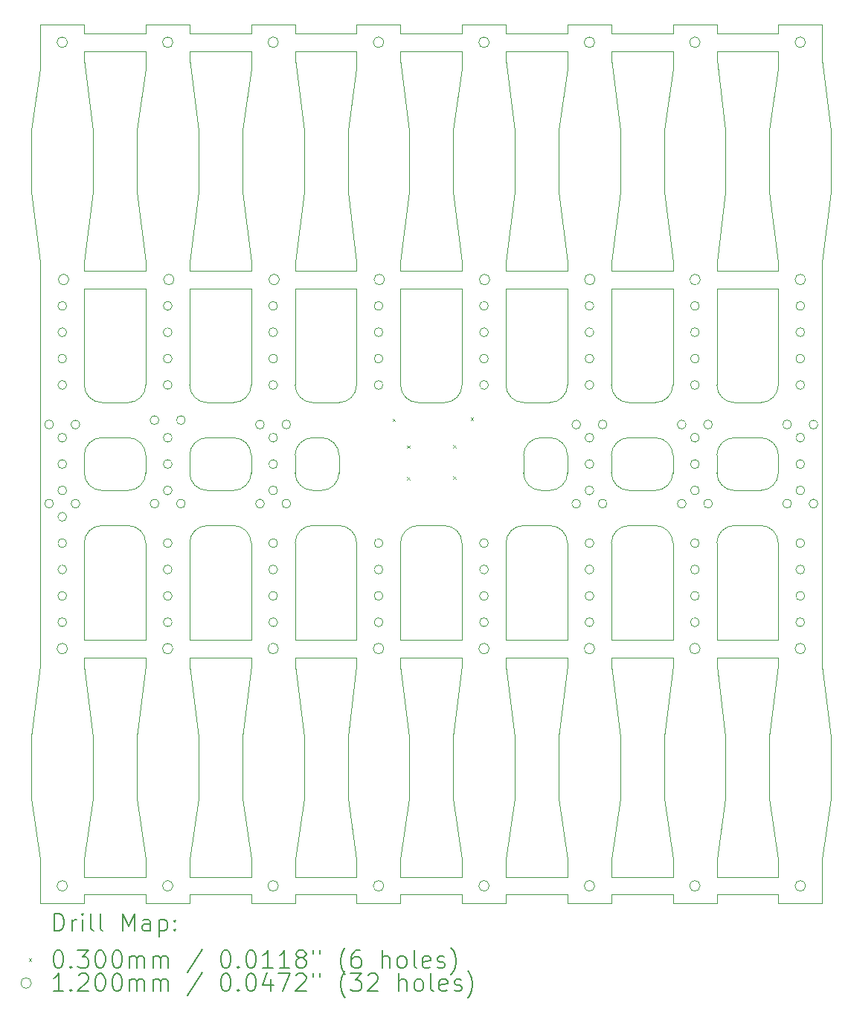
<source format=gbr>
%TF.GenerationSoftware,KiCad,Pcbnew,8.0.1-8.0.1-1~ubuntu22.04.1*%
%TF.CreationDate,2024-03-30T20:02:45+00:00*%
%TF.ProjectId,DRY_FLEX,4452595f-464c-4455-982e-6b696361645f,v1.0*%
%TF.SameCoordinates,Original*%
%TF.FileFunction,Drillmap*%
%TF.FilePolarity,Positive*%
%FSLAX45Y45*%
G04 Gerber Fmt 4.5, Leading zero omitted, Abs format (unit mm)*
G04 Created by KiCad (PCBNEW 8.0.1-8.0.1-1~ubuntu22.04.1) date 2024-03-30 20:02:45*
%MOMM*%
%LPD*%
G01*
G04 APERTURE LIST*
%ADD10C,0.038100*%
%ADD11C,0.200000*%
%ADD12C,0.100000*%
%ADD13C,0.120000*%
G04 APERTURE END LIST*
D10*
X4300000Y-7300000D02*
G75*
G02*
X4500000Y-7500000I0J-200000D01*
G01*
X2600000Y-1900000D02*
X3300000Y-1900000D01*
X8600000Y-7500000D02*
G75*
G02*
X8800000Y-7300000I200000J0D01*
G01*
X7200000Y-7800000D02*
G75*
G02*
X7100000Y-7800000I-50000J0D01*
G01*
X7100000Y-7800000D02*
G75*
G02*
X7200000Y-7800000I50000J0D01*
G01*
X8100000Y-6700000D02*
G75*
G02*
X7900000Y-6900000I-200000J0D01*
G01*
X10500000Y-4600000D02*
X10500000Y-5700000D01*
X8600000Y-4600000D02*
X9300000Y-4600000D01*
X2400000Y-4800000D02*
G75*
G02*
X2300000Y-4800000I-50000J0D01*
G01*
X2300000Y-4800000D02*
G75*
G02*
X2400000Y-4800000I50000J0D01*
G01*
X3300000Y-1900000D02*
X3300000Y-2100000D01*
X5700000Y-4300000D02*
X5600000Y-3500000D01*
X9600000Y-5700000D02*
G75*
G02*
X9500000Y-5700000I-50000J0D01*
G01*
X9500000Y-5700000D02*
G75*
G02*
X9600000Y-5700000I50000J0D01*
G01*
X4650000Y-6150000D02*
G75*
G02*
X4550000Y-6150000I-50000J0D01*
G01*
X4550000Y-6150000D02*
G75*
G02*
X4650000Y-6150000I50000J0D01*
G01*
X11000000Y-11300000D02*
X11000000Y-11100000D01*
X8600000Y-1700000D02*
X9300000Y-1700000D01*
X10500000Y-11500000D02*
X10500000Y-11600000D01*
X7800000Y-6300000D02*
X7900000Y-6300000D01*
X8100000Y-4300000D02*
X8100000Y-4400000D01*
X9300000Y-11600000D02*
X9800000Y-11600000D01*
X3300000Y-11500000D02*
X3300000Y-11600000D01*
X4300000Y-6900000D02*
X4000000Y-6900000D01*
X3200000Y-3500000D02*
X3200000Y-2800000D01*
X2400000Y-7800000D02*
G75*
G02*
X2300000Y-7800000I-50000J0D01*
G01*
X2300000Y-7800000D02*
G75*
G02*
X2400000Y-7800000I50000J0D01*
G01*
X6400000Y-5900000D02*
X6700000Y-5900000D01*
X8600000Y-11600000D02*
X8600000Y-11500000D01*
X9800000Y-4600000D02*
X10500000Y-4600000D01*
X10500000Y-5700000D02*
G75*
G02*
X10300000Y-5900000I-200000J0D01*
G01*
X8600000Y-11300000D02*
X8600000Y-11100000D01*
X8550000Y-6150000D02*
G75*
G02*
X8450000Y-6150000I-50000J0D01*
G01*
X8450000Y-6150000D02*
G75*
G02*
X8550000Y-6150000I50000J0D01*
G01*
X6200000Y-8600000D02*
X6900000Y-8600000D01*
X8600000Y-4700000D02*
X8600000Y-5700000D01*
X3800000Y-8600000D02*
X3800000Y-8500000D01*
X4800000Y-6600000D02*
G75*
G02*
X4700000Y-6600000I-50000J0D01*
G01*
X4700000Y-6600000D02*
G75*
G02*
X4800000Y-6600000I50000J0D01*
G01*
X8100000Y-1600000D02*
X8600000Y-1600000D01*
X5000000Y-1700000D02*
X5700000Y-1700000D01*
X8100000Y-8600000D02*
X8100000Y-7500000D01*
X9800000Y-8600000D02*
X9800000Y-8500000D01*
X5500000Y-7300000D02*
G75*
G02*
X5700000Y-7500000I0J-200000D01*
G01*
X6200000Y-11500000D02*
X6900000Y-11500000D01*
X10500000Y-4300000D02*
X10400000Y-3500000D01*
X2400000Y-7200000D02*
G75*
G02*
X2300000Y-7200000I-50000J0D01*
G01*
X2300000Y-7200000D02*
G75*
G02*
X2400000Y-7200000I50000J0D01*
G01*
X9800000Y-8600000D02*
X10500000Y-8600000D01*
X9800000Y-11600000D02*
X9800000Y-11500000D01*
X6900000Y-4600000D02*
X6900000Y-5700000D01*
X3800000Y-6700000D02*
X3800000Y-6500000D01*
X4300000Y-6300000D02*
G75*
G02*
X4500000Y-6500000I0J-200000D01*
G01*
X2600000Y-8900000D02*
X2600000Y-8800000D01*
X6200000Y-11600000D02*
X6200000Y-11500000D01*
X3800000Y-4600000D02*
X3800000Y-4700000D01*
X4400000Y-9700000D02*
X4400000Y-10400000D01*
X4500000Y-4600000D02*
X4500000Y-5700000D01*
X3300000Y-4600000D02*
X3300000Y-5700000D01*
X7200000Y-4800000D02*
G75*
G02*
X7100000Y-4800000I-50000J0D01*
G01*
X7100000Y-4800000D02*
G75*
G02*
X7200000Y-4800000I50000J0D01*
G01*
X6200000Y-7500000D02*
G75*
G02*
X6400000Y-7300000I200000J0D01*
G01*
X10950000Y-7050000D02*
G75*
G02*
X10850000Y-7050000I-50000J0D01*
G01*
X10850000Y-7050000D02*
G75*
G02*
X10950000Y-7050000I50000J0D01*
G01*
X2600000Y-8800000D02*
X3300000Y-8800000D01*
X3600000Y-6900000D02*
G75*
G02*
X3500000Y-6900000I-50000J0D01*
G01*
X3500000Y-6900000D02*
G75*
G02*
X3600000Y-6900000I50000J0D01*
G01*
X9300000Y-11300000D02*
X9300000Y-11100000D01*
X8400000Y-8100000D02*
G75*
G02*
X8300000Y-8100000I-50000J0D01*
G01*
X8300000Y-8100000D02*
G75*
G02*
X8400000Y-8100000I50000J0D01*
G01*
X2100000Y-8900000D02*
X2100000Y-8800000D01*
X9300000Y-6700000D02*
G75*
G02*
X9100000Y-6900000I-200000J0D01*
G01*
X2400000Y-5100000D02*
G75*
G02*
X2300000Y-5100000I-50000J0D01*
G01*
X2300000Y-5100000D02*
G75*
G02*
X2400000Y-5100000I50000J0D01*
G01*
X3300000Y-5700000D02*
G75*
G02*
X3100000Y-5900000I-200000J0D01*
G01*
X5000000Y-1900000D02*
X5700000Y-1900000D01*
X9450000Y-7050000D02*
G75*
G02*
X9350000Y-7050000I-50000J0D01*
G01*
X9350000Y-7050000D02*
G75*
G02*
X9450000Y-7050000I50000J0D01*
G01*
X8100000Y-11500000D02*
X8100000Y-11600000D01*
X8100000Y-8900000D02*
X8100000Y-8800000D01*
X2100000Y-2100000D02*
X2000000Y-2800000D01*
X8700000Y-9700000D02*
X8600000Y-8900000D01*
X6200000Y-1600000D02*
X6200000Y-1700000D01*
X10500000Y-6700000D02*
G75*
G02*
X10300000Y-6900000I-200000J0D01*
G01*
X5000000Y-8600000D02*
X5700000Y-8600000D01*
X3900000Y-2800000D02*
X3900000Y-3500000D01*
X7900000Y-6300000D02*
G75*
G02*
X8100000Y-6500000I0J-200000D01*
G01*
X6200000Y-8800000D02*
X6900000Y-8800000D01*
X7400000Y-7500000D02*
G75*
G02*
X7600000Y-7300000I200000J0D01*
G01*
X2600000Y-1600000D02*
X2600000Y-1700000D01*
X8600000Y-1900000D02*
X8600000Y-2000000D01*
X9800000Y-1600000D02*
X9800000Y-1700000D01*
X9600000Y-8400000D02*
G75*
G02*
X9500000Y-8400000I-50000J0D01*
G01*
X9500000Y-8400000D02*
G75*
G02*
X9600000Y-8400000I50000J0D01*
G01*
X9300000Y-4300000D02*
X9200000Y-3500000D01*
X6200000Y-11100000D02*
X6300000Y-10400000D01*
X5700000Y-11600000D02*
X6200000Y-11600000D01*
X9800000Y-1900000D02*
X10500000Y-1900000D01*
X11000000Y-4700000D02*
X11000000Y-5900000D01*
X8600000Y-4400000D02*
X9300000Y-4400000D01*
X5300000Y-6900000D02*
X5200000Y-6900000D01*
X5100000Y-2800000D02*
X5100000Y-3500000D01*
X6000000Y-5100000D02*
G75*
G02*
X5900000Y-5100000I-50000J0D01*
G01*
X5900000Y-5100000D02*
G75*
G02*
X6000000Y-5100000I50000J0D01*
G01*
X5000000Y-8600000D02*
X5000000Y-8500000D01*
X7400000Y-4400000D02*
X8100000Y-4400000D01*
X3800000Y-2000000D02*
X3900000Y-2800000D01*
X2600000Y-4400000D02*
X3300000Y-4400000D01*
X3300000Y-11300000D02*
X3300000Y-11100000D01*
X4500000Y-6500000D02*
X4500000Y-6700000D01*
X7400000Y-8800000D02*
X8100000Y-8800000D01*
X11000000Y-4600000D02*
X11000000Y-4700000D01*
X2600000Y-4300000D02*
X2600000Y-4400000D01*
X5000000Y-6700000D02*
X5000000Y-6500000D01*
X7600000Y-6500000D02*
G75*
G02*
X7800000Y-6300000I200000J0D01*
G01*
X8600000Y-11100000D02*
X8700000Y-10400000D01*
X2600000Y-4600000D02*
X2600000Y-4700000D01*
X9900000Y-3500000D02*
X9800000Y-4300000D01*
X3800000Y-8600000D02*
X4500000Y-8600000D01*
X7200000Y-8400000D02*
G75*
G02*
X7100000Y-8400000I-50000J0D01*
G01*
X7100000Y-8400000D02*
G75*
G02*
X7200000Y-8400000I50000J0D01*
G01*
X8400000Y-5400000D02*
G75*
G02*
X8300000Y-5400000I-50000J0D01*
G01*
X8300000Y-5400000D02*
G75*
G02*
X8400000Y-5400000I50000J0D01*
G01*
X5600000Y-3500000D02*
X5600000Y-2800000D01*
X6900000Y-8600000D02*
X6900000Y-7500000D01*
X2100000Y-11100000D02*
X2000000Y-10400000D01*
X10500000Y-1700000D02*
X10500000Y-1600000D01*
X11100000Y-3500000D02*
X11000000Y-4300000D01*
X10300000Y-7300000D02*
G75*
G02*
X10500000Y-7500000I0J-200000D01*
G01*
X11000000Y-11300000D02*
X11000000Y-11500000D01*
X2700000Y-3500000D02*
X2600000Y-4300000D01*
X11100000Y-9700000D02*
X11000000Y-8900000D01*
X6900000Y-5700000D02*
G75*
G02*
X6700000Y-5900000I-200000J0D01*
G01*
X8250000Y-7050000D02*
G75*
G02*
X8150000Y-7050000I-50000J0D01*
G01*
X8150000Y-7050000D02*
G75*
G02*
X8250000Y-7050000I50000J0D01*
G01*
X6900000Y-1900000D02*
X6900000Y-2100000D01*
X7200000Y-5700000D02*
G75*
G02*
X7100000Y-5700000I-50000J0D01*
G01*
X7100000Y-5700000D02*
G75*
G02*
X7200000Y-5700000I50000J0D01*
G01*
X3900000Y-10400000D02*
X3900000Y-9700000D01*
X9800000Y-11300000D02*
X9800000Y-11100000D01*
X6200000Y-4600000D02*
X6200000Y-4700000D01*
X11000000Y-8900000D02*
X11000000Y-8800000D01*
X8100000Y-6500000D02*
X8100000Y-6700000D01*
X9800000Y-8900000D02*
X9800000Y-8800000D01*
X3300000Y-11100000D02*
X3200000Y-10400000D01*
X8600000Y-2000000D02*
X8700000Y-2800000D01*
X6900000Y-11600000D02*
X7400000Y-11600000D01*
X8100000Y-1700000D02*
X8100000Y-1600000D01*
X11000000Y-8600000D02*
X11000000Y-8500000D01*
X11000000Y-8500000D02*
X11000000Y-7300000D01*
X2800000Y-5900000D02*
X3100000Y-5900000D01*
X4000000Y-5900000D02*
X4300000Y-5900000D01*
X4800000Y-8100000D02*
G75*
G02*
X4700000Y-8100000I-50000J0D01*
G01*
X4700000Y-8100000D02*
G75*
G02*
X4800000Y-8100000I50000J0D01*
G01*
X11000000Y-2000000D02*
X11100000Y-2800000D01*
X2400000Y-8400000D02*
G75*
G02*
X2300000Y-8400000I-50000J0D01*
G01*
X2300000Y-8400000D02*
G75*
G02*
X2400000Y-8400000I50000J0D01*
G01*
X7900000Y-6900000D02*
X7800000Y-6900000D01*
X9800000Y-4400000D02*
X10500000Y-4400000D01*
X4800000Y-4800000D02*
G75*
G02*
X4700000Y-4800000I-50000J0D01*
G01*
X4700000Y-4800000D02*
G75*
G02*
X4800000Y-4800000I50000J0D01*
G01*
X2100000Y-11300000D02*
X2100000Y-11500000D01*
X8400000Y-6300000D02*
G75*
G02*
X8300000Y-6300000I-50000J0D01*
G01*
X8300000Y-6300000D02*
G75*
G02*
X8400000Y-6300000I50000J0D01*
G01*
X3450000Y-6100000D02*
G75*
G02*
X3350000Y-6100000I-50000J0D01*
G01*
X3350000Y-6100000D02*
G75*
G02*
X3450000Y-6100000I50000J0D01*
G01*
X11000000Y-8600000D02*
X11000000Y-8800000D01*
X6900000Y-11500000D02*
X6900000Y-11600000D01*
X11000000Y-4300000D02*
X11000000Y-4400000D01*
X6900000Y-2100000D02*
X6800000Y-2800000D01*
X6200000Y-4700000D02*
X6200000Y-5700000D01*
X4800000Y-8400000D02*
G75*
G02*
X4700000Y-8400000I-50000J0D01*
G01*
X4700000Y-8400000D02*
G75*
G02*
X4800000Y-8400000I50000J0D01*
G01*
X9600000Y-5400000D02*
G75*
G02*
X9500000Y-5400000I-50000J0D01*
G01*
X9500000Y-5400000D02*
G75*
G02*
X9600000Y-5400000I50000J0D01*
G01*
X4500000Y-8600000D02*
X4500000Y-7500000D01*
X4500000Y-8900000D02*
X4500000Y-8800000D01*
X7500000Y-3500000D02*
X7400000Y-4300000D01*
X3100000Y-6300000D02*
G75*
G02*
X3300000Y-6500000I0J-200000D01*
G01*
X8800000Y-7300000D02*
X9100000Y-7300000D01*
X3800000Y-6500000D02*
G75*
G02*
X4000000Y-6300000I200000J0D01*
G01*
X7400000Y-4600000D02*
X8100000Y-4600000D01*
X3600000Y-7500000D02*
G75*
G02*
X3500000Y-7500000I-50000J0D01*
G01*
X3500000Y-7500000D02*
G75*
G02*
X3600000Y-7500000I50000J0D01*
G01*
X4800000Y-5100000D02*
G75*
G02*
X4700000Y-5100000I-50000J0D01*
G01*
X4700000Y-5100000D02*
G75*
G02*
X4800000Y-5100000I50000J0D01*
G01*
X10500000Y-8600000D02*
X10500000Y-7500000D01*
X2600000Y-8600000D02*
X2600000Y-8500000D01*
X2800000Y-5900000D02*
G75*
G02*
X2600000Y-5700000I0J200000D01*
G01*
X10800000Y-8100000D02*
G75*
G02*
X10700000Y-8100000I-50000J0D01*
G01*
X10700000Y-8100000D02*
G75*
G02*
X10800000Y-8100000I50000J0D01*
G01*
X9200000Y-3500000D02*
X9200000Y-2800000D01*
X6900000Y-4300000D02*
X6800000Y-3500000D01*
X10000000Y-6300000D02*
X10300000Y-6300000D01*
X9600000Y-5100000D02*
G75*
G02*
X9500000Y-5100000I-50000J0D01*
G01*
X9500000Y-5100000D02*
G75*
G02*
X9600000Y-5100000I50000J0D01*
G01*
X3750000Y-6100000D02*
G75*
G02*
X3650000Y-6100000I-50000J0D01*
G01*
X3650000Y-6100000D02*
G75*
G02*
X3750000Y-6100000I50000J0D01*
G01*
X10650000Y-6150000D02*
G75*
G02*
X10550000Y-6150000I-50000J0D01*
G01*
X10550000Y-6150000D02*
G75*
G02*
X10650000Y-6150000I50000J0D01*
G01*
X6200000Y-4600000D02*
X6900000Y-4600000D01*
X9600000Y-7800000D02*
G75*
G02*
X9500000Y-7800000I-50000J0D01*
G01*
X9500000Y-7800000D02*
G75*
G02*
X9600000Y-7800000I50000J0D01*
G01*
X5000000Y-6500000D02*
G75*
G02*
X5200000Y-6300000I200000J0D01*
G01*
X10500000Y-11300000D02*
X10500000Y-11100000D01*
X6200000Y-8600000D02*
X6200000Y-8500000D01*
X5000000Y-4600000D02*
X5700000Y-4600000D01*
X6900000Y-11300000D02*
X6900000Y-11100000D01*
X9800000Y-7500000D02*
G75*
G02*
X10000000Y-7300000I200000J0D01*
G01*
X3100000Y-6900000D02*
X2800000Y-6900000D01*
X2400000Y-6300000D02*
G75*
G02*
X2300000Y-6300000I-50000J0D01*
G01*
X2300000Y-6300000D02*
G75*
G02*
X2400000Y-6300000I50000J0D01*
G01*
X9300000Y-4300000D02*
X9300000Y-4400000D01*
X5000000Y-11300000D02*
X5700000Y-11300000D01*
X5000000Y-11300000D02*
X5000000Y-11100000D01*
X6300000Y-9700000D02*
X6200000Y-8900000D01*
X8600000Y-11300000D02*
X9300000Y-11300000D01*
X5000000Y-8900000D02*
X5000000Y-8800000D01*
X9800000Y-4300000D02*
X9800000Y-4400000D01*
X6200000Y-4300000D02*
X6200000Y-4400000D01*
X2250000Y-7050000D02*
G75*
G02*
X2150000Y-7050000I-50000J0D01*
G01*
X2150000Y-7050000D02*
G75*
G02*
X2250000Y-7050000I50000J0D01*
G01*
X10500000Y-1900000D02*
X10500000Y-2100000D01*
X5500000Y-6500000D02*
X5500000Y-6700000D01*
X9800000Y-8500000D02*
X9800000Y-7500000D01*
X5700000Y-1600000D02*
X6200000Y-1600000D01*
X5000000Y-7500000D02*
G75*
G02*
X5200000Y-7300000I200000J0D01*
G01*
X5500000Y-6700000D02*
G75*
G02*
X5300000Y-6900000I-200000J0D01*
G01*
X6900000Y-11100000D02*
X6800000Y-10400000D01*
X7500000Y-2800000D02*
X7500000Y-3500000D01*
X7400000Y-11300000D02*
X7400000Y-11100000D01*
X5000000Y-8800000D02*
X5700000Y-8800000D01*
X3300000Y-2100000D02*
X3200000Y-2800000D01*
X7400000Y-11500000D02*
X8100000Y-11500000D01*
X5200000Y-6300000D02*
X5300000Y-6300000D01*
X5000000Y-1600000D02*
X5000000Y-1700000D01*
X5200000Y-5900000D02*
X5500000Y-5900000D01*
X3450000Y-7050000D02*
G75*
G02*
X3350000Y-7050000I-50000J0D01*
G01*
X3350000Y-7050000D02*
G75*
G02*
X3450000Y-7050000I50000J0D01*
G01*
X3800000Y-4600000D02*
X4500000Y-4600000D01*
X10000000Y-7300000D02*
X10300000Y-7300000D01*
X2000000Y-3500000D02*
X2000000Y-2800000D01*
X6900000Y-8900000D02*
X6900000Y-8800000D01*
X8100000Y-11100000D02*
X8000000Y-10400000D01*
X3800000Y-11600000D02*
X3800000Y-11500000D01*
X3800000Y-8800000D02*
X4500000Y-8800000D01*
X7200000Y-5400000D02*
G75*
G02*
X7100000Y-5400000I-50000J0D01*
G01*
X7100000Y-5400000D02*
G75*
G02*
X7200000Y-5400000I50000J0D01*
G01*
X7400000Y-1600000D02*
X7400000Y-1700000D01*
X8100000Y-8900000D02*
X8000000Y-9700000D01*
X8100000Y-4600000D02*
X8100000Y-5700000D01*
X11000000Y-1700000D02*
X11000000Y-1900000D01*
X8400000Y-7500000D02*
G75*
G02*
X8300000Y-7500000I-50000J0D01*
G01*
X8300000Y-7500000D02*
G75*
G02*
X8400000Y-7500000I50000J0D01*
G01*
X5600000Y-9700000D02*
X5600000Y-10400000D01*
X2700000Y-2800000D02*
X2700000Y-3500000D01*
X10800000Y-6600000D02*
G75*
G02*
X10700000Y-6600000I-50000J0D01*
G01*
X10700000Y-6600000D02*
G75*
G02*
X10800000Y-6600000I50000J0D01*
G01*
X7400000Y-11600000D02*
X7400000Y-11500000D01*
X9900000Y-10400000D02*
X9900000Y-9700000D01*
X6200000Y-11300000D02*
X6200000Y-11100000D01*
X5200000Y-7300000D02*
X5500000Y-7300000D01*
X10500000Y-1600000D02*
X11000000Y-1600000D01*
X3300000Y-1600000D02*
X3800000Y-1600000D01*
X9900000Y-2800000D02*
X9900000Y-3500000D01*
X2600000Y-1900000D02*
X2600000Y-2000000D01*
X8600000Y-11500000D02*
X9300000Y-11500000D01*
X8700000Y-3500000D02*
X8600000Y-4300000D01*
X2600000Y-1700000D02*
X3300000Y-1700000D01*
X9800000Y-4600000D02*
X9800000Y-4700000D01*
X8400000Y-5700000D02*
G75*
G02*
X8300000Y-5700000I-50000J0D01*
G01*
X8300000Y-5700000D02*
G75*
G02*
X8400000Y-5700000I50000J0D01*
G01*
X6200000Y-8900000D02*
X6200000Y-8800000D01*
X8400000Y-8400000D02*
G75*
G02*
X8300000Y-8400000I-50000J0D01*
G01*
X8300000Y-8400000D02*
G75*
G02*
X8400000Y-8400000I50000J0D01*
G01*
X10400000Y-9700000D02*
X10400000Y-10400000D01*
X8400000Y-6600000D02*
G75*
G02*
X8300000Y-6600000I-50000J0D01*
G01*
X8300000Y-6600000D02*
G75*
G02*
X8400000Y-6600000I50000J0D01*
G01*
X3600000Y-6300000D02*
G75*
G02*
X3500000Y-6300000I-50000J0D01*
G01*
X3500000Y-6300000D02*
G75*
G02*
X3600000Y-6300000I50000J0D01*
G01*
X4500000Y-1900000D02*
X4500000Y-2100000D01*
X6300000Y-10400000D02*
X6300000Y-9700000D01*
X4800000Y-7500000D02*
G75*
G02*
X4700000Y-7500000I-50000J0D01*
G01*
X4700000Y-7500000D02*
G75*
G02*
X4800000Y-7500000I50000J0D01*
G01*
X10500000Y-11100000D02*
X10400000Y-10400000D01*
X4500000Y-8900000D02*
X4400000Y-9700000D01*
X5200000Y-6900000D02*
G75*
G02*
X5000000Y-6700000I0J200000D01*
G01*
X11000000Y-11100000D02*
X11100000Y-10400000D01*
X10800000Y-5700000D02*
G75*
G02*
X10700000Y-5700000I-50000J0D01*
G01*
X10700000Y-5700000D02*
G75*
G02*
X10800000Y-5700000I50000J0D01*
G01*
X2100000Y-1700000D02*
X2100000Y-1600000D01*
X8100000Y-11600000D02*
X8600000Y-11600000D01*
X7500000Y-10400000D02*
X7500000Y-9700000D01*
X8000000Y-9700000D02*
X8000000Y-10400000D01*
X2100000Y-11500000D02*
X2100000Y-11600000D01*
X4400000Y-3500000D02*
X4400000Y-2800000D01*
X6300000Y-2800000D02*
X6300000Y-3500000D01*
X9800000Y-11300000D02*
X10500000Y-11300000D01*
X7600000Y-7300000D02*
X7900000Y-7300000D01*
X4000000Y-7300000D02*
X4300000Y-7300000D01*
X3800000Y-11300000D02*
X4500000Y-11300000D01*
X5000000Y-11100000D02*
X5100000Y-10400000D01*
X11000000Y-1600000D02*
X11000000Y-1700000D01*
X2100000Y-4600000D02*
X2100000Y-5900000D01*
X5100000Y-9700000D02*
X5000000Y-8900000D01*
X8600000Y-8500000D02*
X8600000Y-7500000D01*
X9100000Y-7300000D02*
G75*
G02*
X9300000Y-7500000I0J-200000D01*
G01*
X2100000Y-11600000D02*
X2600000Y-11600000D01*
X8600000Y-4300000D02*
X8600000Y-4400000D01*
X4650000Y-7050000D02*
G75*
G02*
X4550000Y-7050000I-50000J0D01*
G01*
X4550000Y-7050000D02*
G75*
G02*
X4650000Y-7050000I50000J0D01*
G01*
X6400000Y-7300000D02*
X6700000Y-7300000D01*
X4800000Y-5700000D02*
G75*
G02*
X4700000Y-5700000I-50000J0D01*
G01*
X4700000Y-5700000D02*
G75*
G02*
X4800000Y-5700000I50000J0D01*
G01*
X8600000Y-6700000D02*
X8600000Y-6500000D01*
X9750000Y-6150000D02*
G75*
G02*
X9650000Y-6150000I-50000J0D01*
G01*
X9650000Y-6150000D02*
G75*
G02*
X9750000Y-6150000I50000J0D01*
G01*
X3800000Y-1700000D02*
X4500000Y-1700000D01*
X6200000Y-1900000D02*
X6200000Y-2000000D01*
X4500000Y-5700000D02*
G75*
G02*
X4300000Y-5900000I-200000J0D01*
G01*
X7500000Y-9700000D02*
X7400000Y-8900000D01*
X2600000Y-4700000D02*
X2600000Y-5700000D01*
X2600000Y-6500000D02*
G75*
G02*
X2800000Y-6300000I200000J0D01*
G01*
X3900000Y-3500000D02*
X3800000Y-4300000D01*
X10950000Y-6150000D02*
G75*
G02*
X10850000Y-6150000I-50000J0D01*
G01*
X10850000Y-6150000D02*
G75*
G02*
X10950000Y-6150000I50000J0D01*
G01*
X3800000Y-4400000D02*
X4500000Y-4400000D01*
X6000000Y-5700000D02*
G75*
G02*
X5900000Y-5700000I-50000J0D01*
G01*
X5900000Y-5700000D02*
G75*
G02*
X6000000Y-5700000I50000J0D01*
G01*
X6000000Y-5400000D02*
G75*
G02*
X5900000Y-5400000I-50000J0D01*
G01*
X5900000Y-5400000D02*
G75*
G02*
X6000000Y-5400000I50000J0D01*
G01*
X3800000Y-1900000D02*
X3800000Y-2000000D01*
X3800000Y-7500000D02*
G75*
G02*
X4000000Y-7300000I200000J0D01*
G01*
X3600000Y-5100000D02*
G75*
G02*
X3500000Y-5100000I-50000J0D01*
G01*
X3500000Y-5100000D02*
G75*
G02*
X3600000Y-5100000I50000J0D01*
G01*
X10000000Y-5900000D02*
X10300000Y-5900000D01*
X2100000Y-4300000D02*
X2100000Y-4400000D01*
X3300000Y-8900000D02*
X3200000Y-9700000D01*
X2800000Y-6300000D02*
X3100000Y-6300000D01*
X8400000Y-4800000D02*
G75*
G02*
X8300000Y-4800000I-50000J0D01*
G01*
X8300000Y-4800000D02*
G75*
G02*
X8400000Y-4800000I50000J0D01*
G01*
X11100000Y-2800000D02*
X11100000Y-3500000D01*
X3300000Y-4300000D02*
X3200000Y-3500000D01*
X4500000Y-4300000D02*
X4400000Y-3500000D01*
X7600000Y-5900000D02*
X7900000Y-5900000D01*
X8600000Y-8800000D02*
X9300000Y-8800000D01*
X3300000Y-6700000D02*
G75*
G02*
X3100000Y-6900000I-200000J0D01*
G01*
X9800000Y-2000000D02*
X9900000Y-2800000D01*
X5000000Y-4700000D02*
X5000000Y-5700000D01*
X6300000Y-3500000D02*
X6200000Y-4300000D01*
X5000000Y-1900000D02*
X5000000Y-2000000D01*
X3800000Y-4700000D02*
X3800000Y-5700000D01*
X11000000Y-11600000D02*
X11000000Y-11500000D01*
X5700000Y-2100000D02*
X5600000Y-2800000D01*
X7400000Y-8600000D02*
X7400000Y-8500000D01*
X6700000Y-7300000D02*
G75*
G02*
X6900000Y-7500000I0J-200000D01*
G01*
X4500000Y-2100000D02*
X4400000Y-2800000D01*
X10400000Y-3500000D02*
X10400000Y-2800000D01*
X3600000Y-4800000D02*
G75*
G02*
X3500000Y-4800000I-50000J0D01*
G01*
X3500000Y-4800000D02*
G75*
G02*
X3600000Y-4800000I50000J0D01*
G01*
X7400000Y-2000000D02*
X7500000Y-2800000D01*
X3800000Y-4300000D02*
X3800000Y-4400000D01*
X10800000Y-8400000D02*
G75*
G02*
X10700000Y-8400000I-50000J0D01*
G01*
X10700000Y-8400000D02*
G75*
G02*
X10800000Y-8400000I50000J0D01*
G01*
X2400000Y-8100000D02*
G75*
G02*
X2300000Y-8100000I-50000J0D01*
G01*
X2300000Y-8100000D02*
G75*
G02*
X2400000Y-8100000I50000J0D01*
G01*
X2600000Y-6700000D02*
X2600000Y-6500000D01*
X9800000Y-11500000D02*
X10500000Y-11500000D01*
X3600000Y-8400000D02*
G75*
G02*
X3500000Y-8400000I-50000J0D01*
G01*
X3500000Y-8400000D02*
G75*
G02*
X3600000Y-8400000I50000J0D01*
G01*
X3800000Y-1900000D02*
X4500000Y-1900000D01*
X8700000Y-10400000D02*
X8700000Y-9700000D01*
X5700000Y-1900000D02*
X5700000Y-2100000D01*
X11000000Y-4600000D02*
X11000000Y-4400000D01*
X5700000Y-1700000D02*
X5700000Y-1600000D01*
X10500000Y-11600000D02*
X11000000Y-11600000D01*
X5000000Y-2000000D02*
X5100000Y-2800000D01*
X5000000Y-4600000D02*
X5000000Y-4700000D01*
X3600000Y-6600000D02*
G75*
G02*
X3500000Y-6600000I-50000J0D01*
G01*
X3500000Y-6600000D02*
G75*
G02*
X3600000Y-6600000I50000J0D01*
G01*
X8400000Y-5100000D02*
G75*
G02*
X8300000Y-5100000I-50000J0D01*
G01*
X8300000Y-5100000D02*
G75*
G02*
X8400000Y-5100000I50000J0D01*
G01*
X8100000Y-2100000D02*
X8000000Y-2800000D01*
X6800000Y-9700000D02*
X6800000Y-10400000D01*
X5700000Y-8900000D02*
X5600000Y-9700000D01*
X8400000Y-6900000D02*
G75*
G02*
X8300000Y-6900000I-50000J0D01*
G01*
X8300000Y-6900000D02*
G75*
G02*
X8400000Y-6900000I50000J0D01*
G01*
X11100000Y-10400000D02*
X11100000Y-9700000D01*
X9300000Y-1600000D02*
X9800000Y-1600000D01*
X8600000Y-8900000D02*
X8600000Y-8800000D01*
X7200000Y-8100000D02*
G75*
G02*
X7100000Y-8100000I-50000J0D01*
G01*
X7100000Y-8100000D02*
G75*
G02*
X7200000Y-8100000I50000J0D01*
G01*
X8600000Y-6500000D02*
G75*
G02*
X8800000Y-6300000I200000J0D01*
G01*
X4500000Y-6700000D02*
G75*
G02*
X4300000Y-6900000I-200000J0D01*
G01*
X8550000Y-7050000D02*
G75*
G02*
X8450000Y-7050000I-50000J0D01*
G01*
X8450000Y-7050000D02*
G75*
G02*
X8550000Y-7050000I50000J0D01*
G01*
X5300000Y-6300000D02*
G75*
G02*
X5500000Y-6500000I0J-200000D01*
G01*
X2600000Y-11500000D02*
X3300000Y-11500000D01*
X6000000Y-8400000D02*
G75*
G02*
X5900000Y-8400000I-50000J0D01*
G01*
X5900000Y-8400000D02*
G75*
G02*
X6000000Y-8400000I50000J0D01*
G01*
X3800000Y-8900000D02*
X3800000Y-8800000D01*
X9300000Y-11100000D02*
X9200000Y-10400000D01*
X6200000Y-11300000D02*
X6900000Y-11300000D01*
X7400000Y-11300000D02*
X8100000Y-11300000D01*
X8800000Y-6300000D02*
X9100000Y-6300000D01*
X3300000Y-8600000D02*
X3300000Y-7500000D01*
X10000000Y-5900000D02*
G75*
G02*
X9800000Y-5700000I0J200000D01*
G01*
X2100000Y-8600000D02*
X2100000Y-7300000D01*
X9300000Y-1900000D02*
X9300000Y-2100000D01*
X3750000Y-7050000D02*
G75*
G02*
X3650000Y-7050000I-50000J0D01*
G01*
X3650000Y-7050000D02*
G75*
G02*
X3750000Y-7050000I50000J0D01*
G01*
X2600000Y-8500000D02*
X2600000Y-7500000D01*
X7400000Y-8600000D02*
X8100000Y-8600000D01*
X7400000Y-8900000D02*
X7400000Y-8800000D01*
X3300000Y-1700000D02*
X3300000Y-1600000D01*
X5100000Y-3500000D02*
X5000000Y-4300000D01*
X7800000Y-6900000D02*
G75*
G02*
X7600000Y-6700000I0J200000D01*
G01*
X2700000Y-9700000D02*
X2600000Y-8900000D01*
X9600000Y-4800000D02*
G75*
G02*
X9500000Y-4800000I-50000J0D01*
G01*
X9500000Y-4800000D02*
G75*
G02*
X9600000Y-4800000I50000J0D01*
G01*
X2100000Y-8900000D02*
X2000000Y-9700000D01*
X8250000Y-6150000D02*
G75*
G02*
X8150000Y-6150000I-50000J0D01*
G01*
X8150000Y-6150000D02*
G75*
G02*
X8250000Y-6150000I50000J0D01*
G01*
X8800000Y-6900000D02*
G75*
G02*
X8600000Y-6700000I0J200000D01*
G01*
X2100000Y-8800000D02*
X2100000Y-8600000D01*
X3800000Y-8500000D02*
X3800000Y-7500000D01*
X9900000Y-9700000D02*
X9800000Y-8900000D01*
X9600000Y-6900000D02*
G75*
G02*
X9500000Y-6900000I-50000J0D01*
G01*
X9500000Y-6900000D02*
G75*
G02*
X9600000Y-6900000I50000J0D01*
G01*
X9800000Y-4700000D02*
X9800000Y-5700000D01*
X9800000Y-11100000D02*
X9900000Y-10400000D01*
X4800000Y-6900000D02*
G75*
G02*
X4700000Y-6900000I-50000J0D01*
G01*
X4700000Y-6900000D02*
G75*
G02*
X4800000Y-6900000I50000J0D01*
G01*
X3800000Y-1600000D02*
X3800000Y-1700000D01*
X10800000Y-7800000D02*
G75*
G02*
X10700000Y-7800000I-50000J0D01*
G01*
X10700000Y-7800000D02*
G75*
G02*
X10800000Y-7800000I50000J0D01*
G01*
X4500000Y-11600000D02*
X5000000Y-11600000D01*
X6000000Y-8100000D02*
G75*
G02*
X5900000Y-8100000I-50000J0D01*
G01*
X5900000Y-8100000D02*
G75*
G02*
X6000000Y-8100000I50000J0D01*
G01*
X10300000Y-6300000D02*
G75*
G02*
X10500000Y-6500000I0J-200000D01*
G01*
X6800000Y-3500000D02*
X6800000Y-2800000D01*
X2100000Y-11300000D02*
X2100000Y-11100000D01*
X2100000Y-1900000D02*
X2100000Y-1700000D01*
X3100000Y-7300000D02*
G75*
G02*
X3300000Y-7500000I0J-200000D01*
G01*
X2550000Y-6150000D02*
G75*
G02*
X2450000Y-6150000I-50000J0D01*
G01*
X2450000Y-6150000D02*
G75*
G02*
X2550000Y-6150000I50000J0D01*
G01*
X9300000Y-4600000D02*
X9300000Y-5700000D01*
X6900000Y-8900000D02*
X6800000Y-9700000D01*
X6000000Y-7800000D02*
G75*
G02*
X5900000Y-7800000I-50000J0D01*
G01*
X5900000Y-7800000D02*
G75*
G02*
X6000000Y-7800000I50000J0D01*
G01*
X7400000Y-11100000D02*
X7500000Y-10400000D01*
X9450000Y-6150000D02*
G75*
G02*
X9350000Y-6150000I-50000J0D01*
G01*
X9350000Y-6150000D02*
G75*
G02*
X9450000Y-6150000I50000J0D01*
G01*
X9100000Y-6900000D02*
X8800000Y-6900000D01*
X6200000Y-1700000D02*
X6900000Y-1700000D01*
X7400000Y-8500000D02*
X7400000Y-7500000D01*
X4800000Y-7800000D02*
G75*
G02*
X4700000Y-7800000I-50000J0D01*
G01*
X4700000Y-7800000D02*
G75*
G02*
X4800000Y-7800000I50000J0D01*
G01*
X3300000Y-11600000D02*
X3800000Y-11600000D01*
X8700000Y-2800000D02*
X8700000Y-3500000D01*
X6900000Y-1600000D02*
X7400000Y-1600000D01*
X9300000Y-11500000D02*
X9300000Y-11600000D01*
X5700000Y-11300000D02*
X5700000Y-11100000D01*
X7600000Y-5900000D02*
G75*
G02*
X7400000Y-5700000I0J200000D01*
G01*
X10300000Y-6900000D02*
X10000000Y-6900000D01*
X9100000Y-6300000D02*
G75*
G02*
X9300000Y-6500000I0J-200000D01*
G01*
X8600000Y-1600000D02*
X8600000Y-1700000D01*
X4500000Y-11100000D02*
X4400000Y-10400000D01*
X9300000Y-8900000D02*
X9300000Y-8800000D01*
X10800000Y-5100000D02*
G75*
G02*
X10700000Y-5100000I-50000J0D01*
G01*
X10700000Y-5100000D02*
G75*
G02*
X10800000Y-5100000I50000J0D01*
G01*
X3300000Y-4300000D02*
X3300000Y-4400000D01*
X5000000Y-4300000D02*
X5000000Y-4400000D01*
X5000000Y-4400000D02*
X5700000Y-4400000D01*
X10500000Y-4300000D02*
X10500000Y-4400000D01*
X3600000Y-8100000D02*
G75*
G02*
X3500000Y-8100000I-50000J0D01*
G01*
X3500000Y-8100000D02*
G75*
G02*
X3600000Y-8100000I50000J0D01*
G01*
X5000000Y-11600000D02*
X5000000Y-11500000D01*
X3600000Y-7800000D02*
G75*
G02*
X3500000Y-7800000I-50000J0D01*
G01*
X3500000Y-7800000D02*
G75*
G02*
X3600000Y-7800000I50000J0D01*
G01*
X8100000Y-11300000D02*
X8100000Y-11100000D01*
X8000000Y-3500000D02*
X8000000Y-2800000D01*
X10800000Y-6900000D02*
G75*
G02*
X10700000Y-6900000I-50000J0D01*
G01*
X10700000Y-6900000D02*
G75*
G02*
X10800000Y-6900000I50000J0D01*
G01*
X9600000Y-6600000D02*
G75*
G02*
X9500000Y-6600000I-50000J0D01*
G01*
X9500000Y-6600000D02*
G75*
G02*
X9600000Y-6600000I50000J0D01*
G01*
X7400000Y-4700000D02*
X7400000Y-5700000D01*
X2700000Y-10400000D02*
X2700000Y-9700000D01*
X2400000Y-6600000D02*
G75*
G02*
X2300000Y-6600000I-50000J0D01*
G01*
X2300000Y-6600000D02*
G75*
G02*
X2400000Y-6600000I50000J0D01*
G01*
X10500000Y-8900000D02*
X10500000Y-8800000D01*
X4950000Y-7050000D02*
G75*
G02*
X4850000Y-7050000I-50000J0D01*
G01*
X4850000Y-7050000D02*
G75*
G02*
X4950000Y-7050000I50000J0D01*
G01*
X7400000Y-4600000D02*
X7400000Y-4700000D01*
X2400000Y-5400000D02*
G75*
G02*
X2300000Y-5400000I-50000J0D01*
G01*
X2300000Y-5400000D02*
G75*
G02*
X2400000Y-5400000I50000J0D01*
G01*
X9800000Y-6700000D02*
X9800000Y-6500000D01*
X2100000Y-5900000D02*
X2100000Y-7300000D01*
X3600000Y-5700000D02*
G75*
G02*
X3500000Y-5700000I-50000J0D01*
G01*
X3500000Y-5700000D02*
G75*
G02*
X3600000Y-5700000I50000J0D01*
G01*
X9300000Y-5700000D02*
G75*
G02*
X9100000Y-5900000I-200000J0D01*
G01*
X4000000Y-5900000D02*
G75*
G02*
X3800000Y-5700000I0J200000D01*
G01*
X3300000Y-8900000D02*
X3300000Y-8800000D01*
X10800000Y-7500000D02*
G75*
G02*
X10700000Y-7500000I-50000J0D01*
G01*
X10700000Y-7500000D02*
G75*
G02*
X10800000Y-7500000I50000J0D01*
G01*
X4500000Y-11300000D02*
X4500000Y-11100000D01*
X3200000Y-9700000D02*
X3200000Y-10400000D01*
X7400000Y-1900000D02*
X8100000Y-1900000D01*
X7400000Y-4300000D02*
X7400000Y-4400000D01*
X2600000Y-8600000D02*
X3300000Y-8600000D01*
X6900000Y-1700000D02*
X6900000Y-1600000D01*
X11000000Y-1900000D02*
X11000000Y-2000000D01*
X8400000Y-7800000D02*
G75*
G02*
X8300000Y-7800000I-50000J0D01*
G01*
X8300000Y-7800000D02*
G75*
G02*
X8400000Y-7800000I50000J0D01*
G01*
X9300000Y-6500000D02*
X9300000Y-6700000D01*
X6000000Y-4800000D02*
G75*
G02*
X5900000Y-4800000I-50000J0D01*
G01*
X5900000Y-4800000D02*
G75*
G02*
X6000000Y-4800000I50000J0D01*
G01*
X7400000Y-1700000D02*
X8100000Y-1700000D01*
X3900000Y-9700000D02*
X3800000Y-8900000D01*
X9600000Y-6300000D02*
G75*
G02*
X9500000Y-6300000I-50000J0D01*
G01*
X9500000Y-6300000D02*
G75*
G02*
X9600000Y-6300000I50000J0D01*
G01*
X5200000Y-5900000D02*
G75*
G02*
X5000000Y-5700000I0J200000D01*
G01*
X4800000Y-6300000D02*
G75*
G02*
X4700000Y-6300000I-50000J0D01*
G01*
X4700000Y-6300000D02*
G75*
G02*
X4800000Y-6300000I50000J0D01*
G01*
X10500000Y-6500000D02*
X10500000Y-6700000D01*
X8100000Y-4300000D02*
X8000000Y-3500000D01*
X8600000Y-1900000D02*
X9300000Y-1900000D01*
X5000000Y-8500000D02*
X5000000Y-7500000D01*
X6900000Y-4300000D02*
X6900000Y-4400000D01*
X11000000Y-7300000D02*
X11000000Y-5900000D01*
X5100000Y-10400000D02*
X5100000Y-9700000D01*
X9200000Y-9700000D02*
X9200000Y-10400000D01*
X4800000Y-5400000D02*
G75*
G02*
X4700000Y-5400000I-50000J0D01*
G01*
X4700000Y-5400000D02*
G75*
G02*
X4800000Y-5400000I50000J0D01*
G01*
X7600000Y-6700000D02*
X7600000Y-6500000D01*
X10800000Y-4800000D02*
G75*
G02*
X10700000Y-4800000I-50000J0D01*
G01*
X10700000Y-4800000D02*
G75*
G02*
X10800000Y-4800000I50000J0D01*
G01*
X5700000Y-8600000D02*
X5700000Y-7500000D01*
X8800000Y-5900000D02*
G75*
G02*
X8600000Y-5700000I0J200000D01*
G01*
X2100000Y-1600000D02*
X2600000Y-1600000D01*
X4000000Y-6300000D02*
X4300000Y-6300000D01*
X2100000Y-1900000D02*
X2100000Y-2100000D01*
X9300000Y-2100000D02*
X9200000Y-2800000D01*
X4500000Y-1700000D02*
X4500000Y-1600000D01*
X7400000Y-1900000D02*
X7400000Y-2000000D01*
X7900000Y-7300000D02*
G75*
G02*
X8100000Y-7500000I0J-200000D01*
G01*
X5700000Y-11100000D02*
X5600000Y-10400000D01*
X9800000Y-1700000D02*
X10500000Y-1700000D01*
X6200000Y-1900000D02*
X6900000Y-1900000D01*
X6400000Y-5900000D02*
G75*
G02*
X6200000Y-5700000I0J200000D01*
G01*
X4000000Y-6900000D02*
G75*
G02*
X3800000Y-6700000I0J200000D01*
G01*
X2600000Y-11100000D02*
X2700000Y-10400000D01*
X8800000Y-5900000D02*
X9100000Y-5900000D01*
X2100000Y-4300000D02*
X2000000Y-3500000D01*
X3800000Y-11500000D02*
X4500000Y-11500000D01*
X8100000Y-1900000D02*
X8100000Y-2100000D01*
X9300000Y-1700000D02*
X9300000Y-1600000D01*
X5700000Y-8900000D02*
X5700000Y-8800000D01*
X2600000Y-7500000D02*
G75*
G02*
X2800000Y-7300000I200000J0D01*
G01*
X6200000Y-2000000D02*
X6300000Y-2800000D01*
X4500000Y-11500000D02*
X4500000Y-11600000D01*
X9800000Y-6500000D02*
G75*
G02*
X10000000Y-6300000I200000J0D01*
G01*
X5700000Y-4600000D02*
X5700000Y-5700000D01*
X9300000Y-8600000D02*
X9300000Y-7500000D01*
X10800000Y-5400000D02*
G75*
G02*
X10700000Y-5400000I-50000J0D01*
G01*
X10700000Y-5400000D02*
G75*
G02*
X10800000Y-5400000I50000J0D01*
G01*
X3300000Y-6500000D02*
X3300000Y-6700000D01*
X5000000Y-11500000D02*
X5700000Y-11500000D01*
X10500000Y-2100000D02*
X10400000Y-2800000D01*
X2000000Y-9700000D02*
X2000000Y-10400000D01*
X4950000Y-6150000D02*
G75*
G02*
X4850000Y-6150000I-50000J0D01*
G01*
X4850000Y-6150000D02*
G75*
G02*
X4950000Y-6150000I50000J0D01*
G01*
X2600000Y-4600000D02*
X3300000Y-4600000D01*
X8100000Y-5700000D02*
G75*
G02*
X7900000Y-5900000I-200000J0D01*
G01*
X4500000Y-1600000D02*
X5000000Y-1600000D01*
X7200000Y-5100000D02*
G75*
G02*
X7100000Y-5100000I-50000J0D01*
G01*
X7100000Y-5100000D02*
G75*
G02*
X7200000Y-5100000I50000J0D01*
G01*
X5700000Y-4300000D02*
X5700000Y-4400000D01*
X9750000Y-7050000D02*
G75*
G02*
X9650000Y-7050000I-50000J0D01*
G01*
X9650000Y-7050000D02*
G75*
G02*
X9750000Y-7050000I50000J0D01*
G01*
X10000000Y-6900000D02*
G75*
G02*
X9800000Y-6700000I0J200000D01*
G01*
X5700000Y-5700000D02*
G75*
G02*
X5500000Y-5900000I-200000J0D01*
G01*
X4500000Y-4300000D02*
X4500000Y-4400000D01*
X8600000Y-4600000D02*
X8600000Y-4700000D01*
X9600000Y-7500000D02*
G75*
G02*
X9500000Y-7500000I-50000J0D01*
G01*
X9500000Y-7500000D02*
G75*
G02*
X9600000Y-7500000I50000J0D01*
G01*
X9800000Y-1900000D02*
X9800000Y-2000000D01*
X3600000Y-5400000D02*
G75*
G02*
X3500000Y-5400000I-50000J0D01*
G01*
X3500000Y-5400000D02*
G75*
G02*
X3600000Y-5400000I50000J0D01*
G01*
X2600000Y-11600000D02*
X2600000Y-11500000D01*
X10650000Y-7050000D02*
G75*
G02*
X10550000Y-7050000I-50000J0D01*
G01*
X10550000Y-7050000D02*
G75*
G02*
X10650000Y-7050000I50000J0D01*
G01*
X3800000Y-11300000D02*
X3800000Y-11100000D01*
X7200000Y-7500000D02*
G75*
G02*
X7100000Y-7500000I-50000J0D01*
G01*
X7100000Y-7500000D02*
G75*
G02*
X7200000Y-7500000I50000J0D01*
G01*
X6200000Y-8500000D02*
X6200000Y-7500000D01*
X2800000Y-6900000D02*
G75*
G02*
X2600000Y-6700000I0J200000D01*
G01*
X8600000Y-8600000D02*
X8600000Y-8500000D01*
X2400000Y-7500000D02*
G75*
G02*
X2300000Y-7500000I-50000J0D01*
G01*
X2300000Y-7500000D02*
G75*
G02*
X2400000Y-7500000I50000J0D01*
G01*
X10800000Y-6300000D02*
G75*
G02*
X10700000Y-6300000I-50000J0D01*
G01*
X10700000Y-6300000D02*
G75*
G02*
X10800000Y-6300000I50000J0D01*
G01*
X2600000Y-11300000D02*
X2600000Y-11100000D01*
X9800000Y-8800000D02*
X10500000Y-8800000D01*
X6200000Y-4400000D02*
X6900000Y-4400000D01*
X9600000Y-8100000D02*
G75*
G02*
X9500000Y-8100000I-50000J0D01*
G01*
X9500000Y-8100000D02*
G75*
G02*
X9600000Y-8100000I50000J0D01*
G01*
X2400000Y-6900000D02*
G75*
G02*
X2300000Y-6900000I-50000J0D01*
G01*
X2300000Y-6900000D02*
G75*
G02*
X2400000Y-6900000I50000J0D01*
G01*
X2100000Y-4400000D02*
X2100000Y-4600000D01*
X9300000Y-8900000D02*
X9200000Y-9700000D01*
X3800000Y-11100000D02*
X3900000Y-10400000D01*
X2250000Y-6150000D02*
G75*
G02*
X2150000Y-6150000I-50000J0D01*
G01*
X2150000Y-6150000D02*
G75*
G02*
X2250000Y-6150000I50000J0D01*
G01*
X2600000Y-2000000D02*
X2700000Y-2800000D01*
X2800000Y-7300000D02*
X3100000Y-7300000D01*
X10500000Y-8900000D02*
X10400000Y-9700000D01*
X2600000Y-11300000D02*
X3300000Y-11300000D01*
X2550000Y-7050000D02*
G75*
G02*
X2450000Y-7050000I-50000J0D01*
G01*
X2450000Y-7050000D02*
G75*
G02*
X2550000Y-7050000I50000J0D01*
G01*
X8600000Y-8600000D02*
X9300000Y-8600000D01*
X5700000Y-11500000D02*
X5700000Y-11600000D01*
X6000000Y-7500000D02*
G75*
G02*
X5900000Y-7500000I-50000J0D01*
G01*
X5900000Y-7500000D02*
G75*
G02*
X6000000Y-7500000I50000J0D01*
G01*
X2400000Y-5700000D02*
G75*
G02*
X2300000Y-5700000I-50000J0D01*
G01*
X2300000Y-5700000D02*
G75*
G02*
X2400000Y-5700000I50000J0D01*
G01*
D11*
D12*
X6110000Y-6085000D02*
X6140000Y-6115000D01*
X6140000Y-6085000D02*
X6110000Y-6115000D01*
X6272500Y-6390000D02*
X6302500Y-6420000D01*
X6302500Y-6390000D02*
X6272500Y-6420000D01*
X6272500Y-6747500D02*
X6302500Y-6777500D01*
X6302500Y-6747500D02*
X6272500Y-6777500D01*
X6797500Y-6385000D02*
X6827500Y-6415000D01*
X6827500Y-6385000D02*
X6797500Y-6415000D01*
X6797500Y-6740000D02*
X6827500Y-6770000D01*
X6827500Y-6740000D02*
X6797500Y-6770000D01*
X6997500Y-6072500D02*
X7027500Y-6102500D01*
X7027500Y-6072500D02*
X6997500Y-6102500D01*
D13*
X2410000Y-1800000D02*
G75*
G02*
X2290000Y-1800000I-60000J0D01*
G01*
X2290000Y-1800000D02*
G75*
G02*
X2410000Y-1800000I60000J0D01*
G01*
X2410000Y-8700000D02*
G75*
G02*
X2290000Y-8700000I-60000J0D01*
G01*
X2290000Y-8700000D02*
G75*
G02*
X2410000Y-8700000I60000J0D01*
G01*
X2410000Y-11400000D02*
G75*
G02*
X2290000Y-11400000I-60000J0D01*
G01*
X2290000Y-11400000D02*
G75*
G02*
X2410000Y-11400000I60000J0D01*
G01*
X2425000Y-4500000D02*
G75*
G02*
X2305000Y-4500000I-60000J0D01*
G01*
X2305000Y-4500000D02*
G75*
G02*
X2425000Y-4500000I60000J0D01*
G01*
X3610000Y-1800000D02*
G75*
G02*
X3490000Y-1800000I-60000J0D01*
G01*
X3490000Y-1800000D02*
G75*
G02*
X3610000Y-1800000I60000J0D01*
G01*
X3610000Y-8700000D02*
G75*
G02*
X3490000Y-8700000I-60000J0D01*
G01*
X3490000Y-8700000D02*
G75*
G02*
X3610000Y-8700000I60000J0D01*
G01*
X3610000Y-11400000D02*
G75*
G02*
X3490000Y-11400000I-60000J0D01*
G01*
X3490000Y-11400000D02*
G75*
G02*
X3610000Y-11400000I60000J0D01*
G01*
X3622857Y-4500000D02*
G75*
G02*
X3502857Y-4500000I-60000J0D01*
G01*
X3502857Y-4500000D02*
G75*
G02*
X3622857Y-4500000I60000J0D01*
G01*
X4810000Y-1800000D02*
G75*
G02*
X4690000Y-1800000I-60000J0D01*
G01*
X4690000Y-1800000D02*
G75*
G02*
X4810000Y-1800000I60000J0D01*
G01*
X4810000Y-8700000D02*
G75*
G02*
X4690000Y-8700000I-60000J0D01*
G01*
X4690000Y-8700000D02*
G75*
G02*
X4810000Y-8700000I60000J0D01*
G01*
X4810000Y-11400000D02*
G75*
G02*
X4690000Y-11400000I-60000J0D01*
G01*
X4690000Y-11400000D02*
G75*
G02*
X4810000Y-11400000I60000J0D01*
G01*
X4820714Y-4500000D02*
G75*
G02*
X4700714Y-4500000I-60000J0D01*
G01*
X4700714Y-4500000D02*
G75*
G02*
X4820714Y-4500000I60000J0D01*
G01*
X6010000Y-1800000D02*
G75*
G02*
X5890000Y-1800000I-60000J0D01*
G01*
X5890000Y-1800000D02*
G75*
G02*
X6010000Y-1800000I60000J0D01*
G01*
X6010000Y-8700000D02*
G75*
G02*
X5890000Y-8700000I-60000J0D01*
G01*
X5890000Y-8700000D02*
G75*
G02*
X6010000Y-8700000I60000J0D01*
G01*
X6010000Y-11400000D02*
G75*
G02*
X5890000Y-11400000I-60000J0D01*
G01*
X5890000Y-11400000D02*
G75*
G02*
X6010000Y-11400000I60000J0D01*
G01*
X6018571Y-4500000D02*
G75*
G02*
X5898571Y-4500000I-60000J0D01*
G01*
X5898571Y-4500000D02*
G75*
G02*
X6018571Y-4500000I60000J0D01*
G01*
X7210000Y-1800000D02*
G75*
G02*
X7090000Y-1800000I-60000J0D01*
G01*
X7090000Y-1800000D02*
G75*
G02*
X7210000Y-1800000I60000J0D01*
G01*
X7210000Y-8700000D02*
G75*
G02*
X7090000Y-8700000I-60000J0D01*
G01*
X7090000Y-8700000D02*
G75*
G02*
X7210000Y-8700000I60000J0D01*
G01*
X7210000Y-11400000D02*
G75*
G02*
X7090000Y-11400000I-60000J0D01*
G01*
X7090000Y-11400000D02*
G75*
G02*
X7210000Y-11400000I60000J0D01*
G01*
X7216428Y-4500000D02*
G75*
G02*
X7096428Y-4500000I-60000J0D01*
G01*
X7096428Y-4500000D02*
G75*
G02*
X7216428Y-4500000I60000J0D01*
G01*
X8410000Y-1800000D02*
G75*
G02*
X8290000Y-1800000I-60000J0D01*
G01*
X8290000Y-1800000D02*
G75*
G02*
X8410000Y-1800000I60000J0D01*
G01*
X8410000Y-8700000D02*
G75*
G02*
X8290000Y-8700000I-60000J0D01*
G01*
X8290000Y-8700000D02*
G75*
G02*
X8410000Y-8700000I60000J0D01*
G01*
X8410000Y-11400000D02*
G75*
G02*
X8290000Y-11400000I-60000J0D01*
G01*
X8290000Y-11400000D02*
G75*
G02*
X8410000Y-11400000I60000J0D01*
G01*
X8414286Y-4500000D02*
G75*
G02*
X8294285Y-4500000I-60000J0D01*
G01*
X8294285Y-4500000D02*
G75*
G02*
X8414286Y-4500000I60000J0D01*
G01*
X9610000Y-1800000D02*
G75*
G02*
X9490000Y-1800000I-60000J0D01*
G01*
X9490000Y-1800000D02*
G75*
G02*
X9610000Y-1800000I60000J0D01*
G01*
X9610000Y-8700000D02*
G75*
G02*
X9490000Y-8700000I-60000J0D01*
G01*
X9490000Y-8700000D02*
G75*
G02*
X9610000Y-8700000I60000J0D01*
G01*
X9610000Y-11400000D02*
G75*
G02*
X9490000Y-11400000I-60000J0D01*
G01*
X9490000Y-11400000D02*
G75*
G02*
X9610000Y-11400000I60000J0D01*
G01*
X9612143Y-4500000D02*
G75*
G02*
X9492143Y-4500000I-60000J0D01*
G01*
X9492143Y-4500000D02*
G75*
G02*
X9612143Y-4500000I60000J0D01*
G01*
X10810000Y-1800000D02*
G75*
G02*
X10690000Y-1800000I-60000J0D01*
G01*
X10690000Y-1800000D02*
G75*
G02*
X10810000Y-1800000I60000J0D01*
G01*
X10810000Y-4500000D02*
G75*
G02*
X10690000Y-4500000I-60000J0D01*
G01*
X10690000Y-4500000D02*
G75*
G02*
X10810000Y-4500000I60000J0D01*
G01*
X10810000Y-8700000D02*
G75*
G02*
X10690000Y-8700000I-60000J0D01*
G01*
X10690000Y-8700000D02*
G75*
G02*
X10810000Y-8700000I60000J0D01*
G01*
X10810000Y-11400000D02*
G75*
G02*
X10690000Y-11400000I-60000J0D01*
G01*
X10690000Y-11400000D02*
G75*
G02*
X10810000Y-11400000I60000J0D01*
G01*
D11*
X2258872Y-11913389D02*
X2258872Y-11713389D01*
X2258872Y-11713389D02*
X2306491Y-11713389D01*
X2306491Y-11713389D02*
X2335062Y-11722913D01*
X2335062Y-11722913D02*
X2354110Y-11741960D01*
X2354110Y-11741960D02*
X2363634Y-11761008D01*
X2363634Y-11761008D02*
X2373158Y-11799103D01*
X2373158Y-11799103D02*
X2373158Y-11827674D01*
X2373158Y-11827674D02*
X2363634Y-11865770D01*
X2363634Y-11865770D02*
X2354110Y-11884817D01*
X2354110Y-11884817D02*
X2335062Y-11903865D01*
X2335062Y-11903865D02*
X2306491Y-11913389D01*
X2306491Y-11913389D02*
X2258872Y-11913389D01*
X2458872Y-11913389D02*
X2458872Y-11780055D01*
X2458872Y-11818151D02*
X2468396Y-11799103D01*
X2468396Y-11799103D02*
X2477919Y-11789579D01*
X2477919Y-11789579D02*
X2496967Y-11780055D01*
X2496967Y-11780055D02*
X2516015Y-11780055D01*
X2582681Y-11913389D02*
X2582681Y-11780055D01*
X2582681Y-11713389D02*
X2573158Y-11722913D01*
X2573158Y-11722913D02*
X2582681Y-11732436D01*
X2582681Y-11732436D02*
X2592205Y-11722913D01*
X2592205Y-11722913D02*
X2582681Y-11713389D01*
X2582681Y-11713389D02*
X2582681Y-11732436D01*
X2706491Y-11913389D02*
X2687443Y-11903865D01*
X2687443Y-11903865D02*
X2677919Y-11884817D01*
X2677919Y-11884817D02*
X2677919Y-11713389D01*
X2811253Y-11913389D02*
X2792205Y-11903865D01*
X2792205Y-11903865D02*
X2782681Y-11884817D01*
X2782681Y-11884817D02*
X2782681Y-11713389D01*
X3039824Y-11913389D02*
X3039824Y-11713389D01*
X3039824Y-11713389D02*
X3106491Y-11856246D01*
X3106491Y-11856246D02*
X3173157Y-11713389D01*
X3173157Y-11713389D02*
X3173157Y-11913389D01*
X3354110Y-11913389D02*
X3354110Y-11808627D01*
X3354110Y-11808627D02*
X3344586Y-11789579D01*
X3344586Y-11789579D02*
X3325538Y-11780055D01*
X3325538Y-11780055D02*
X3287443Y-11780055D01*
X3287443Y-11780055D02*
X3268396Y-11789579D01*
X3354110Y-11903865D02*
X3335062Y-11913389D01*
X3335062Y-11913389D02*
X3287443Y-11913389D01*
X3287443Y-11913389D02*
X3268396Y-11903865D01*
X3268396Y-11903865D02*
X3258872Y-11884817D01*
X3258872Y-11884817D02*
X3258872Y-11865770D01*
X3258872Y-11865770D02*
X3268396Y-11846722D01*
X3268396Y-11846722D02*
X3287443Y-11837198D01*
X3287443Y-11837198D02*
X3335062Y-11837198D01*
X3335062Y-11837198D02*
X3354110Y-11827674D01*
X3449348Y-11780055D02*
X3449348Y-11980055D01*
X3449348Y-11789579D02*
X3468396Y-11780055D01*
X3468396Y-11780055D02*
X3506491Y-11780055D01*
X3506491Y-11780055D02*
X3525538Y-11789579D01*
X3525538Y-11789579D02*
X3535062Y-11799103D01*
X3535062Y-11799103D02*
X3544586Y-11818151D01*
X3544586Y-11818151D02*
X3544586Y-11875293D01*
X3544586Y-11875293D02*
X3535062Y-11894341D01*
X3535062Y-11894341D02*
X3525538Y-11903865D01*
X3525538Y-11903865D02*
X3506491Y-11913389D01*
X3506491Y-11913389D02*
X3468396Y-11913389D01*
X3468396Y-11913389D02*
X3449348Y-11903865D01*
X3630300Y-11894341D02*
X3639824Y-11903865D01*
X3639824Y-11903865D02*
X3630300Y-11913389D01*
X3630300Y-11913389D02*
X3620777Y-11903865D01*
X3620777Y-11903865D02*
X3630300Y-11894341D01*
X3630300Y-11894341D02*
X3630300Y-11913389D01*
X3630300Y-11789579D02*
X3639824Y-11799103D01*
X3639824Y-11799103D02*
X3630300Y-11808627D01*
X3630300Y-11808627D02*
X3620777Y-11799103D01*
X3620777Y-11799103D02*
X3630300Y-11789579D01*
X3630300Y-11789579D02*
X3630300Y-11808627D01*
D12*
X1968095Y-12226905D02*
X1998095Y-12256905D01*
X1998095Y-12226905D02*
X1968095Y-12256905D01*
D11*
X2296967Y-12133389D02*
X2316015Y-12133389D01*
X2316015Y-12133389D02*
X2335062Y-12142913D01*
X2335062Y-12142913D02*
X2344586Y-12152436D01*
X2344586Y-12152436D02*
X2354110Y-12171484D01*
X2354110Y-12171484D02*
X2363634Y-12209579D01*
X2363634Y-12209579D02*
X2363634Y-12257198D01*
X2363634Y-12257198D02*
X2354110Y-12295293D01*
X2354110Y-12295293D02*
X2344586Y-12314341D01*
X2344586Y-12314341D02*
X2335062Y-12323865D01*
X2335062Y-12323865D02*
X2316015Y-12333389D01*
X2316015Y-12333389D02*
X2296967Y-12333389D01*
X2296967Y-12333389D02*
X2277919Y-12323865D01*
X2277919Y-12323865D02*
X2268396Y-12314341D01*
X2268396Y-12314341D02*
X2258872Y-12295293D01*
X2258872Y-12295293D02*
X2249348Y-12257198D01*
X2249348Y-12257198D02*
X2249348Y-12209579D01*
X2249348Y-12209579D02*
X2258872Y-12171484D01*
X2258872Y-12171484D02*
X2268396Y-12152436D01*
X2268396Y-12152436D02*
X2277919Y-12142913D01*
X2277919Y-12142913D02*
X2296967Y-12133389D01*
X2449348Y-12314341D02*
X2458872Y-12323865D01*
X2458872Y-12323865D02*
X2449348Y-12333389D01*
X2449348Y-12333389D02*
X2439824Y-12323865D01*
X2439824Y-12323865D02*
X2449348Y-12314341D01*
X2449348Y-12314341D02*
X2449348Y-12333389D01*
X2525539Y-12133389D02*
X2649348Y-12133389D01*
X2649348Y-12133389D02*
X2582681Y-12209579D01*
X2582681Y-12209579D02*
X2611253Y-12209579D01*
X2611253Y-12209579D02*
X2630300Y-12219103D01*
X2630300Y-12219103D02*
X2639824Y-12228627D01*
X2639824Y-12228627D02*
X2649348Y-12247674D01*
X2649348Y-12247674D02*
X2649348Y-12295293D01*
X2649348Y-12295293D02*
X2639824Y-12314341D01*
X2639824Y-12314341D02*
X2630300Y-12323865D01*
X2630300Y-12323865D02*
X2611253Y-12333389D01*
X2611253Y-12333389D02*
X2554110Y-12333389D01*
X2554110Y-12333389D02*
X2535062Y-12323865D01*
X2535062Y-12323865D02*
X2525539Y-12314341D01*
X2773158Y-12133389D02*
X2792205Y-12133389D01*
X2792205Y-12133389D02*
X2811253Y-12142913D01*
X2811253Y-12142913D02*
X2820777Y-12152436D01*
X2820777Y-12152436D02*
X2830300Y-12171484D01*
X2830300Y-12171484D02*
X2839824Y-12209579D01*
X2839824Y-12209579D02*
X2839824Y-12257198D01*
X2839824Y-12257198D02*
X2830300Y-12295293D01*
X2830300Y-12295293D02*
X2820777Y-12314341D01*
X2820777Y-12314341D02*
X2811253Y-12323865D01*
X2811253Y-12323865D02*
X2792205Y-12333389D01*
X2792205Y-12333389D02*
X2773158Y-12333389D01*
X2773158Y-12333389D02*
X2754110Y-12323865D01*
X2754110Y-12323865D02*
X2744586Y-12314341D01*
X2744586Y-12314341D02*
X2735062Y-12295293D01*
X2735062Y-12295293D02*
X2725539Y-12257198D01*
X2725539Y-12257198D02*
X2725539Y-12209579D01*
X2725539Y-12209579D02*
X2735062Y-12171484D01*
X2735062Y-12171484D02*
X2744586Y-12152436D01*
X2744586Y-12152436D02*
X2754110Y-12142913D01*
X2754110Y-12142913D02*
X2773158Y-12133389D01*
X2963634Y-12133389D02*
X2982681Y-12133389D01*
X2982681Y-12133389D02*
X3001729Y-12142913D01*
X3001729Y-12142913D02*
X3011253Y-12152436D01*
X3011253Y-12152436D02*
X3020777Y-12171484D01*
X3020777Y-12171484D02*
X3030300Y-12209579D01*
X3030300Y-12209579D02*
X3030300Y-12257198D01*
X3030300Y-12257198D02*
X3020777Y-12295293D01*
X3020777Y-12295293D02*
X3011253Y-12314341D01*
X3011253Y-12314341D02*
X3001729Y-12323865D01*
X3001729Y-12323865D02*
X2982681Y-12333389D01*
X2982681Y-12333389D02*
X2963634Y-12333389D01*
X2963634Y-12333389D02*
X2944586Y-12323865D01*
X2944586Y-12323865D02*
X2935062Y-12314341D01*
X2935062Y-12314341D02*
X2925538Y-12295293D01*
X2925538Y-12295293D02*
X2916015Y-12257198D01*
X2916015Y-12257198D02*
X2916015Y-12209579D01*
X2916015Y-12209579D02*
X2925538Y-12171484D01*
X2925538Y-12171484D02*
X2935062Y-12152436D01*
X2935062Y-12152436D02*
X2944586Y-12142913D01*
X2944586Y-12142913D02*
X2963634Y-12133389D01*
X3116015Y-12333389D02*
X3116015Y-12200055D01*
X3116015Y-12219103D02*
X3125538Y-12209579D01*
X3125538Y-12209579D02*
X3144586Y-12200055D01*
X3144586Y-12200055D02*
X3173158Y-12200055D01*
X3173158Y-12200055D02*
X3192205Y-12209579D01*
X3192205Y-12209579D02*
X3201729Y-12228627D01*
X3201729Y-12228627D02*
X3201729Y-12333389D01*
X3201729Y-12228627D02*
X3211253Y-12209579D01*
X3211253Y-12209579D02*
X3230300Y-12200055D01*
X3230300Y-12200055D02*
X3258872Y-12200055D01*
X3258872Y-12200055D02*
X3277919Y-12209579D01*
X3277919Y-12209579D02*
X3287443Y-12228627D01*
X3287443Y-12228627D02*
X3287443Y-12333389D01*
X3382681Y-12333389D02*
X3382681Y-12200055D01*
X3382681Y-12219103D02*
X3392205Y-12209579D01*
X3392205Y-12209579D02*
X3411253Y-12200055D01*
X3411253Y-12200055D02*
X3439824Y-12200055D01*
X3439824Y-12200055D02*
X3458872Y-12209579D01*
X3458872Y-12209579D02*
X3468396Y-12228627D01*
X3468396Y-12228627D02*
X3468396Y-12333389D01*
X3468396Y-12228627D02*
X3477919Y-12209579D01*
X3477919Y-12209579D02*
X3496967Y-12200055D01*
X3496967Y-12200055D02*
X3525538Y-12200055D01*
X3525538Y-12200055D02*
X3544586Y-12209579D01*
X3544586Y-12209579D02*
X3554110Y-12228627D01*
X3554110Y-12228627D02*
X3554110Y-12333389D01*
X3944586Y-12123865D02*
X3773158Y-12381008D01*
X4201729Y-12133389D02*
X4220777Y-12133389D01*
X4220777Y-12133389D02*
X4239824Y-12142913D01*
X4239824Y-12142913D02*
X4249348Y-12152436D01*
X4249348Y-12152436D02*
X4258872Y-12171484D01*
X4258872Y-12171484D02*
X4268396Y-12209579D01*
X4268396Y-12209579D02*
X4268396Y-12257198D01*
X4268396Y-12257198D02*
X4258872Y-12295293D01*
X4258872Y-12295293D02*
X4249348Y-12314341D01*
X4249348Y-12314341D02*
X4239824Y-12323865D01*
X4239824Y-12323865D02*
X4220777Y-12333389D01*
X4220777Y-12333389D02*
X4201729Y-12333389D01*
X4201729Y-12333389D02*
X4182681Y-12323865D01*
X4182681Y-12323865D02*
X4173158Y-12314341D01*
X4173158Y-12314341D02*
X4163634Y-12295293D01*
X4163634Y-12295293D02*
X4154110Y-12257198D01*
X4154110Y-12257198D02*
X4154110Y-12209579D01*
X4154110Y-12209579D02*
X4163634Y-12171484D01*
X4163634Y-12171484D02*
X4173158Y-12152436D01*
X4173158Y-12152436D02*
X4182681Y-12142913D01*
X4182681Y-12142913D02*
X4201729Y-12133389D01*
X4354110Y-12314341D02*
X4363634Y-12323865D01*
X4363634Y-12323865D02*
X4354110Y-12333389D01*
X4354110Y-12333389D02*
X4344586Y-12323865D01*
X4344586Y-12323865D02*
X4354110Y-12314341D01*
X4354110Y-12314341D02*
X4354110Y-12333389D01*
X4487443Y-12133389D02*
X4506491Y-12133389D01*
X4506491Y-12133389D02*
X4525539Y-12142913D01*
X4525539Y-12142913D02*
X4535063Y-12152436D01*
X4535063Y-12152436D02*
X4544586Y-12171484D01*
X4544586Y-12171484D02*
X4554110Y-12209579D01*
X4554110Y-12209579D02*
X4554110Y-12257198D01*
X4554110Y-12257198D02*
X4544586Y-12295293D01*
X4544586Y-12295293D02*
X4535063Y-12314341D01*
X4535063Y-12314341D02*
X4525539Y-12323865D01*
X4525539Y-12323865D02*
X4506491Y-12333389D01*
X4506491Y-12333389D02*
X4487443Y-12333389D01*
X4487443Y-12333389D02*
X4468396Y-12323865D01*
X4468396Y-12323865D02*
X4458872Y-12314341D01*
X4458872Y-12314341D02*
X4449348Y-12295293D01*
X4449348Y-12295293D02*
X4439824Y-12257198D01*
X4439824Y-12257198D02*
X4439824Y-12209579D01*
X4439824Y-12209579D02*
X4449348Y-12171484D01*
X4449348Y-12171484D02*
X4458872Y-12152436D01*
X4458872Y-12152436D02*
X4468396Y-12142913D01*
X4468396Y-12142913D02*
X4487443Y-12133389D01*
X4744586Y-12333389D02*
X4630301Y-12333389D01*
X4687443Y-12333389D02*
X4687443Y-12133389D01*
X4687443Y-12133389D02*
X4668396Y-12161960D01*
X4668396Y-12161960D02*
X4649348Y-12181008D01*
X4649348Y-12181008D02*
X4630301Y-12190532D01*
X4935063Y-12333389D02*
X4820777Y-12333389D01*
X4877920Y-12333389D02*
X4877920Y-12133389D01*
X4877920Y-12133389D02*
X4858872Y-12161960D01*
X4858872Y-12161960D02*
X4839824Y-12181008D01*
X4839824Y-12181008D02*
X4820777Y-12190532D01*
X5049348Y-12219103D02*
X5030301Y-12209579D01*
X5030301Y-12209579D02*
X5020777Y-12200055D01*
X5020777Y-12200055D02*
X5011253Y-12181008D01*
X5011253Y-12181008D02*
X5011253Y-12171484D01*
X5011253Y-12171484D02*
X5020777Y-12152436D01*
X5020777Y-12152436D02*
X5030301Y-12142913D01*
X5030301Y-12142913D02*
X5049348Y-12133389D01*
X5049348Y-12133389D02*
X5087444Y-12133389D01*
X5087444Y-12133389D02*
X5106491Y-12142913D01*
X5106491Y-12142913D02*
X5116015Y-12152436D01*
X5116015Y-12152436D02*
X5125539Y-12171484D01*
X5125539Y-12171484D02*
X5125539Y-12181008D01*
X5125539Y-12181008D02*
X5116015Y-12200055D01*
X5116015Y-12200055D02*
X5106491Y-12209579D01*
X5106491Y-12209579D02*
X5087444Y-12219103D01*
X5087444Y-12219103D02*
X5049348Y-12219103D01*
X5049348Y-12219103D02*
X5030301Y-12228627D01*
X5030301Y-12228627D02*
X5020777Y-12238151D01*
X5020777Y-12238151D02*
X5011253Y-12257198D01*
X5011253Y-12257198D02*
X5011253Y-12295293D01*
X5011253Y-12295293D02*
X5020777Y-12314341D01*
X5020777Y-12314341D02*
X5030301Y-12323865D01*
X5030301Y-12323865D02*
X5049348Y-12333389D01*
X5049348Y-12333389D02*
X5087444Y-12333389D01*
X5087444Y-12333389D02*
X5106491Y-12323865D01*
X5106491Y-12323865D02*
X5116015Y-12314341D01*
X5116015Y-12314341D02*
X5125539Y-12295293D01*
X5125539Y-12295293D02*
X5125539Y-12257198D01*
X5125539Y-12257198D02*
X5116015Y-12238151D01*
X5116015Y-12238151D02*
X5106491Y-12228627D01*
X5106491Y-12228627D02*
X5087444Y-12219103D01*
X5201729Y-12133389D02*
X5201729Y-12171484D01*
X5277920Y-12133389D02*
X5277920Y-12171484D01*
X5573158Y-12409579D02*
X5563634Y-12400055D01*
X5563634Y-12400055D02*
X5544586Y-12371484D01*
X5544586Y-12371484D02*
X5535063Y-12352436D01*
X5535063Y-12352436D02*
X5525539Y-12323865D01*
X5525539Y-12323865D02*
X5516015Y-12276246D01*
X5516015Y-12276246D02*
X5516015Y-12238151D01*
X5516015Y-12238151D02*
X5525539Y-12190532D01*
X5525539Y-12190532D02*
X5535063Y-12161960D01*
X5535063Y-12161960D02*
X5544586Y-12142913D01*
X5544586Y-12142913D02*
X5563634Y-12114341D01*
X5563634Y-12114341D02*
X5573158Y-12104817D01*
X5735063Y-12133389D02*
X5696967Y-12133389D01*
X5696967Y-12133389D02*
X5677920Y-12142913D01*
X5677920Y-12142913D02*
X5668396Y-12152436D01*
X5668396Y-12152436D02*
X5649348Y-12181008D01*
X5649348Y-12181008D02*
X5639824Y-12219103D01*
X5639824Y-12219103D02*
X5639824Y-12295293D01*
X5639824Y-12295293D02*
X5649348Y-12314341D01*
X5649348Y-12314341D02*
X5658872Y-12323865D01*
X5658872Y-12323865D02*
X5677920Y-12333389D01*
X5677920Y-12333389D02*
X5716015Y-12333389D01*
X5716015Y-12333389D02*
X5735063Y-12323865D01*
X5735063Y-12323865D02*
X5744586Y-12314341D01*
X5744586Y-12314341D02*
X5754110Y-12295293D01*
X5754110Y-12295293D02*
X5754110Y-12247674D01*
X5754110Y-12247674D02*
X5744586Y-12228627D01*
X5744586Y-12228627D02*
X5735063Y-12219103D01*
X5735063Y-12219103D02*
X5716015Y-12209579D01*
X5716015Y-12209579D02*
X5677920Y-12209579D01*
X5677920Y-12209579D02*
X5658872Y-12219103D01*
X5658872Y-12219103D02*
X5649348Y-12228627D01*
X5649348Y-12228627D02*
X5639824Y-12247674D01*
X5992205Y-12333389D02*
X5992205Y-12133389D01*
X6077920Y-12333389D02*
X6077920Y-12228627D01*
X6077920Y-12228627D02*
X6068396Y-12209579D01*
X6068396Y-12209579D02*
X6049348Y-12200055D01*
X6049348Y-12200055D02*
X6020777Y-12200055D01*
X6020777Y-12200055D02*
X6001729Y-12209579D01*
X6001729Y-12209579D02*
X5992205Y-12219103D01*
X6201729Y-12333389D02*
X6182682Y-12323865D01*
X6182682Y-12323865D02*
X6173158Y-12314341D01*
X6173158Y-12314341D02*
X6163634Y-12295293D01*
X6163634Y-12295293D02*
X6163634Y-12238151D01*
X6163634Y-12238151D02*
X6173158Y-12219103D01*
X6173158Y-12219103D02*
X6182682Y-12209579D01*
X6182682Y-12209579D02*
X6201729Y-12200055D01*
X6201729Y-12200055D02*
X6230301Y-12200055D01*
X6230301Y-12200055D02*
X6249348Y-12209579D01*
X6249348Y-12209579D02*
X6258872Y-12219103D01*
X6258872Y-12219103D02*
X6268396Y-12238151D01*
X6268396Y-12238151D02*
X6268396Y-12295293D01*
X6268396Y-12295293D02*
X6258872Y-12314341D01*
X6258872Y-12314341D02*
X6249348Y-12323865D01*
X6249348Y-12323865D02*
X6230301Y-12333389D01*
X6230301Y-12333389D02*
X6201729Y-12333389D01*
X6382682Y-12333389D02*
X6363634Y-12323865D01*
X6363634Y-12323865D02*
X6354110Y-12304817D01*
X6354110Y-12304817D02*
X6354110Y-12133389D01*
X6535063Y-12323865D02*
X6516015Y-12333389D01*
X6516015Y-12333389D02*
X6477920Y-12333389D01*
X6477920Y-12333389D02*
X6458872Y-12323865D01*
X6458872Y-12323865D02*
X6449348Y-12304817D01*
X6449348Y-12304817D02*
X6449348Y-12228627D01*
X6449348Y-12228627D02*
X6458872Y-12209579D01*
X6458872Y-12209579D02*
X6477920Y-12200055D01*
X6477920Y-12200055D02*
X6516015Y-12200055D01*
X6516015Y-12200055D02*
X6535063Y-12209579D01*
X6535063Y-12209579D02*
X6544586Y-12228627D01*
X6544586Y-12228627D02*
X6544586Y-12247674D01*
X6544586Y-12247674D02*
X6449348Y-12266722D01*
X6620777Y-12323865D02*
X6639825Y-12333389D01*
X6639825Y-12333389D02*
X6677920Y-12333389D01*
X6677920Y-12333389D02*
X6696967Y-12323865D01*
X6696967Y-12323865D02*
X6706491Y-12304817D01*
X6706491Y-12304817D02*
X6706491Y-12295293D01*
X6706491Y-12295293D02*
X6696967Y-12276246D01*
X6696967Y-12276246D02*
X6677920Y-12266722D01*
X6677920Y-12266722D02*
X6649348Y-12266722D01*
X6649348Y-12266722D02*
X6630301Y-12257198D01*
X6630301Y-12257198D02*
X6620777Y-12238151D01*
X6620777Y-12238151D02*
X6620777Y-12228627D01*
X6620777Y-12228627D02*
X6630301Y-12209579D01*
X6630301Y-12209579D02*
X6649348Y-12200055D01*
X6649348Y-12200055D02*
X6677920Y-12200055D01*
X6677920Y-12200055D02*
X6696967Y-12209579D01*
X6773158Y-12409579D02*
X6782682Y-12400055D01*
X6782682Y-12400055D02*
X6801729Y-12371484D01*
X6801729Y-12371484D02*
X6811253Y-12352436D01*
X6811253Y-12352436D02*
X6820777Y-12323865D01*
X6820777Y-12323865D02*
X6830301Y-12276246D01*
X6830301Y-12276246D02*
X6830301Y-12238151D01*
X6830301Y-12238151D02*
X6820777Y-12190532D01*
X6820777Y-12190532D02*
X6811253Y-12161960D01*
X6811253Y-12161960D02*
X6801729Y-12142913D01*
X6801729Y-12142913D02*
X6782682Y-12114341D01*
X6782682Y-12114341D02*
X6773158Y-12104817D01*
D13*
X1998095Y-12505905D02*
G75*
G02*
X1878095Y-12505905I-60000J0D01*
G01*
X1878095Y-12505905D02*
G75*
G02*
X1998095Y-12505905I60000J0D01*
G01*
D11*
X2363634Y-12597389D02*
X2249348Y-12597389D01*
X2306491Y-12597389D02*
X2306491Y-12397389D01*
X2306491Y-12397389D02*
X2287443Y-12425960D01*
X2287443Y-12425960D02*
X2268396Y-12445008D01*
X2268396Y-12445008D02*
X2249348Y-12454532D01*
X2449348Y-12578341D02*
X2458872Y-12587865D01*
X2458872Y-12587865D02*
X2449348Y-12597389D01*
X2449348Y-12597389D02*
X2439824Y-12587865D01*
X2439824Y-12587865D02*
X2449348Y-12578341D01*
X2449348Y-12578341D02*
X2449348Y-12597389D01*
X2535062Y-12416436D02*
X2544586Y-12406913D01*
X2544586Y-12406913D02*
X2563634Y-12397389D01*
X2563634Y-12397389D02*
X2611253Y-12397389D01*
X2611253Y-12397389D02*
X2630300Y-12406913D01*
X2630300Y-12406913D02*
X2639824Y-12416436D01*
X2639824Y-12416436D02*
X2649348Y-12435484D01*
X2649348Y-12435484D02*
X2649348Y-12454532D01*
X2649348Y-12454532D02*
X2639824Y-12483103D01*
X2639824Y-12483103D02*
X2525539Y-12597389D01*
X2525539Y-12597389D02*
X2649348Y-12597389D01*
X2773158Y-12397389D02*
X2792205Y-12397389D01*
X2792205Y-12397389D02*
X2811253Y-12406913D01*
X2811253Y-12406913D02*
X2820777Y-12416436D01*
X2820777Y-12416436D02*
X2830300Y-12435484D01*
X2830300Y-12435484D02*
X2839824Y-12473579D01*
X2839824Y-12473579D02*
X2839824Y-12521198D01*
X2839824Y-12521198D02*
X2830300Y-12559293D01*
X2830300Y-12559293D02*
X2820777Y-12578341D01*
X2820777Y-12578341D02*
X2811253Y-12587865D01*
X2811253Y-12587865D02*
X2792205Y-12597389D01*
X2792205Y-12597389D02*
X2773158Y-12597389D01*
X2773158Y-12597389D02*
X2754110Y-12587865D01*
X2754110Y-12587865D02*
X2744586Y-12578341D01*
X2744586Y-12578341D02*
X2735062Y-12559293D01*
X2735062Y-12559293D02*
X2725539Y-12521198D01*
X2725539Y-12521198D02*
X2725539Y-12473579D01*
X2725539Y-12473579D02*
X2735062Y-12435484D01*
X2735062Y-12435484D02*
X2744586Y-12416436D01*
X2744586Y-12416436D02*
X2754110Y-12406913D01*
X2754110Y-12406913D02*
X2773158Y-12397389D01*
X2963634Y-12397389D02*
X2982681Y-12397389D01*
X2982681Y-12397389D02*
X3001729Y-12406913D01*
X3001729Y-12406913D02*
X3011253Y-12416436D01*
X3011253Y-12416436D02*
X3020777Y-12435484D01*
X3020777Y-12435484D02*
X3030300Y-12473579D01*
X3030300Y-12473579D02*
X3030300Y-12521198D01*
X3030300Y-12521198D02*
X3020777Y-12559293D01*
X3020777Y-12559293D02*
X3011253Y-12578341D01*
X3011253Y-12578341D02*
X3001729Y-12587865D01*
X3001729Y-12587865D02*
X2982681Y-12597389D01*
X2982681Y-12597389D02*
X2963634Y-12597389D01*
X2963634Y-12597389D02*
X2944586Y-12587865D01*
X2944586Y-12587865D02*
X2935062Y-12578341D01*
X2935062Y-12578341D02*
X2925538Y-12559293D01*
X2925538Y-12559293D02*
X2916015Y-12521198D01*
X2916015Y-12521198D02*
X2916015Y-12473579D01*
X2916015Y-12473579D02*
X2925538Y-12435484D01*
X2925538Y-12435484D02*
X2935062Y-12416436D01*
X2935062Y-12416436D02*
X2944586Y-12406913D01*
X2944586Y-12406913D02*
X2963634Y-12397389D01*
X3116015Y-12597389D02*
X3116015Y-12464055D01*
X3116015Y-12483103D02*
X3125538Y-12473579D01*
X3125538Y-12473579D02*
X3144586Y-12464055D01*
X3144586Y-12464055D02*
X3173158Y-12464055D01*
X3173158Y-12464055D02*
X3192205Y-12473579D01*
X3192205Y-12473579D02*
X3201729Y-12492627D01*
X3201729Y-12492627D02*
X3201729Y-12597389D01*
X3201729Y-12492627D02*
X3211253Y-12473579D01*
X3211253Y-12473579D02*
X3230300Y-12464055D01*
X3230300Y-12464055D02*
X3258872Y-12464055D01*
X3258872Y-12464055D02*
X3277919Y-12473579D01*
X3277919Y-12473579D02*
X3287443Y-12492627D01*
X3287443Y-12492627D02*
X3287443Y-12597389D01*
X3382681Y-12597389D02*
X3382681Y-12464055D01*
X3382681Y-12483103D02*
X3392205Y-12473579D01*
X3392205Y-12473579D02*
X3411253Y-12464055D01*
X3411253Y-12464055D02*
X3439824Y-12464055D01*
X3439824Y-12464055D02*
X3458872Y-12473579D01*
X3458872Y-12473579D02*
X3468396Y-12492627D01*
X3468396Y-12492627D02*
X3468396Y-12597389D01*
X3468396Y-12492627D02*
X3477919Y-12473579D01*
X3477919Y-12473579D02*
X3496967Y-12464055D01*
X3496967Y-12464055D02*
X3525538Y-12464055D01*
X3525538Y-12464055D02*
X3544586Y-12473579D01*
X3544586Y-12473579D02*
X3554110Y-12492627D01*
X3554110Y-12492627D02*
X3554110Y-12597389D01*
X3944586Y-12387865D02*
X3773158Y-12645008D01*
X4201729Y-12397389D02*
X4220777Y-12397389D01*
X4220777Y-12397389D02*
X4239824Y-12406913D01*
X4239824Y-12406913D02*
X4249348Y-12416436D01*
X4249348Y-12416436D02*
X4258872Y-12435484D01*
X4258872Y-12435484D02*
X4268396Y-12473579D01*
X4268396Y-12473579D02*
X4268396Y-12521198D01*
X4268396Y-12521198D02*
X4258872Y-12559293D01*
X4258872Y-12559293D02*
X4249348Y-12578341D01*
X4249348Y-12578341D02*
X4239824Y-12587865D01*
X4239824Y-12587865D02*
X4220777Y-12597389D01*
X4220777Y-12597389D02*
X4201729Y-12597389D01*
X4201729Y-12597389D02*
X4182681Y-12587865D01*
X4182681Y-12587865D02*
X4173158Y-12578341D01*
X4173158Y-12578341D02*
X4163634Y-12559293D01*
X4163634Y-12559293D02*
X4154110Y-12521198D01*
X4154110Y-12521198D02*
X4154110Y-12473579D01*
X4154110Y-12473579D02*
X4163634Y-12435484D01*
X4163634Y-12435484D02*
X4173158Y-12416436D01*
X4173158Y-12416436D02*
X4182681Y-12406913D01*
X4182681Y-12406913D02*
X4201729Y-12397389D01*
X4354110Y-12578341D02*
X4363634Y-12587865D01*
X4363634Y-12587865D02*
X4354110Y-12597389D01*
X4354110Y-12597389D02*
X4344586Y-12587865D01*
X4344586Y-12587865D02*
X4354110Y-12578341D01*
X4354110Y-12578341D02*
X4354110Y-12597389D01*
X4487443Y-12397389D02*
X4506491Y-12397389D01*
X4506491Y-12397389D02*
X4525539Y-12406913D01*
X4525539Y-12406913D02*
X4535063Y-12416436D01*
X4535063Y-12416436D02*
X4544586Y-12435484D01*
X4544586Y-12435484D02*
X4554110Y-12473579D01*
X4554110Y-12473579D02*
X4554110Y-12521198D01*
X4554110Y-12521198D02*
X4544586Y-12559293D01*
X4544586Y-12559293D02*
X4535063Y-12578341D01*
X4535063Y-12578341D02*
X4525539Y-12587865D01*
X4525539Y-12587865D02*
X4506491Y-12597389D01*
X4506491Y-12597389D02*
X4487443Y-12597389D01*
X4487443Y-12597389D02*
X4468396Y-12587865D01*
X4468396Y-12587865D02*
X4458872Y-12578341D01*
X4458872Y-12578341D02*
X4449348Y-12559293D01*
X4449348Y-12559293D02*
X4439824Y-12521198D01*
X4439824Y-12521198D02*
X4439824Y-12473579D01*
X4439824Y-12473579D02*
X4449348Y-12435484D01*
X4449348Y-12435484D02*
X4458872Y-12416436D01*
X4458872Y-12416436D02*
X4468396Y-12406913D01*
X4468396Y-12406913D02*
X4487443Y-12397389D01*
X4725539Y-12464055D02*
X4725539Y-12597389D01*
X4677920Y-12387865D02*
X4630301Y-12530722D01*
X4630301Y-12530722D02*
X4754110Y-12530722D01*
X4811253Y-12397389D02*
X4944586Y-12397389D01*
X4944586Y-12397389D02*
X4858872Y-12597389D01*
X5011253Y-12416436D02*
X5020777Y-12406913D01*
X5020777Y-12406913D02*
X5039824Y-12397389D01*
X5039824Y-12397389D02*
X5087444Y-12397389D01*
X5087444Y-12397389D02*
X5106491Y-12406913D01*
X5106491Y-12406913D02*
X5116015Y-12416436D01*
X5116015Y-12416436D02*
X5125539Y-12435484D01*
X5125539Y-12435484D02*
X5125539Y-12454532D01*
X5125539Y-12454532D02*
X5116015Y-12483103D01*
X5116015Y-12483103D02*
X5001729Y-12597389D01*
X5001729Y-12597389D02*
X5125539Y-12597389D01*
X5201729Y-12397389D02*
X5201729Y-12435484D01*
X5277920Y-12397389D02*
X5277920Y-12435484D01*
X5573158Y-12673579D02*
X5563634Y-12664055D01*
X5563634Y-12664055D02*
X5544586Y-12635484D01*
X5544586Y-12635484D02*
X5535063Y-12616436D01*
X5535063Y-12616436D02*
X5525539Y-12587865D01*
X5525539Y-12587865D02*
X5516015Y-12540246D01*
X5516015Y-12540246D02*
X5516015Y-12502151D01*
X5516015Y-12502151D02*
X5525539Y-12454532D01*
X5525539Y-12454532D02*
X5535063Y-12425960D01*
X5535063Y-12425960D02*
X5544586Y-12406913D01*
X5544586Y-12406913D02*
X5563634Y-12378341D01*
X5563634Y-12378341D02*
X5573158Y-12368817D01*
X5630301Y-12397389D02*
X5754110Y-12397389D01*
X5754110Y-12397389D02*
X5687443Y-12473579D01*
X5687443Y-12473579D02*
X5716015Y-12473579D01*
X5716015Y-12473579D02*
X5735063Y-12483103D01*
X5735063Y-12483103D02*
X5744586Y-12492627D01*
X5744586Y-12492627D02*
X5754110Y-12511674D01*
X5754110Y-12511674D02*
X5754110Y-12559293D01*
X5754110Y-12559293D02*
X5744586Y-12578341D01*
X5744586Y-12578341D02*
X5735063Y-12587865D01*
X5735063Y-12587865D02*
X5716015Y-12597389D01*
X5716015Y-12597389D02*
X5658872Y-12597389D01*
X5658872Y-12597389D02*
X5639824Y-12587865D01*
X5639824Y-12587865D02*
X5630301Y-12578341D01*
X5830301Y-12416436D02*
X5839824Y-12406913D01*
X5839824Y-12406913D02*
X5858872Y-12397389D01*
X5858872Y-12397389D02*
X5906491Y-12397389D01*
X5906491Y-12397389D02*
X5925539Y-12406913D01*
X5925539Y-12406913D02*
X5935063Y-12416436D01*
X5935063Y-12416436D02*
X5944586Y-12435484D01*
X5944586Y-12435484D02*
X5944586Y-12454532D01*
X5944586Y-12454532D02*
X5935063Y-12483103D01*
X5935063Y-12483103D02*
X5820777Y-12597389D01*
X5820777Y-12597389D02*
X5944586Y-12597389D01*
X6182682Y-12597389D02*
X6182682Y-12397389D01*
X6268396Y-12597389D02*
X6268396Y-12492627D01*
X6268396Y-12492627D02*
X6258872Y-12473579D01*
X6258872Y-12473579D02*
X6239825Y-12464055D01*
X6239825Y-12464055D02*
X6211253Y-12464055D01*
X6211253Y-12464055D02*
X6192205Y-12473579D01*
X6192205Y-12473579D02*
X6182682Y-12483103D01*
X6392205Y-12597389D02*
X6373158Y-12587865D01*
X6373158Y-12587865D02*
X6363634Y-12578341D01*
X6363634Y-12578341D02*
X6354110Y-12559293D01*
X6354110Y-12559293D02*
X6354110Y-12502151D01*
X6354110Y-12502151D02*
X6363634Y-12483103D01*
X6363634Y-12483103D02*
X6373158Y-12473579D01*
X6373158Y-12473579D02*
X6392205Y-12464055D01*
X6392205Y-12464055D02*
X6420777Y-12464055D01*
X6420777Y-12464055D02*
X6439825Y-12473579D01*
X6439825Y-12473579D02*
X6449348Y-12483103D01*
X6449348Y-12483103D02*
X6458872Y-12502151D01*
X6458872Y-12502151D02*
X6458872Y-12559293D01*
X6458872Y-12559293D02*
X6449348Y-12578341D01*
X6449348Y-12578341D02*
X6439825Y-12587865D01*
X6439825Y-12587865D02*
X6420777Y-12597389D01*
X6420777Y-12597389D02*
X6392205Y-12597389D01*
X6573158Y-12597389D02*
X6554110Y-12587865D01*
X6554110Y-12587865D02*
X6544586Y-12568817D01*
X6544586Y-12568817D02*
X6544586Y-12397389D01*
X6725539Y-12587865D02*
X6706491Y-12597389D01*
X6706491Y-12597389D02*
X6668396Y-12597389D01*
X6668396Y-12597389D02*
X6649348Y-12587865D01*
X6649348Y-12587865D02*
X6639825Y-12568817D01*
X6639825Y-12568817D02*
X6639825Y-12492627D01*
X6639825Y-12492627D02*
X6649348Y-12473579D01*
X6649348Y-12473579D02*
X6668396Y-12464055D01*
X6668396Y-12464055D02*
X6706491Y-12464055D01*
X6706491Y-12464055D02*
X6725539Y-12473579D01*
X6725539Y-12473579D02*
X6735063Y-12492627D01*
X6735063Y-12492627D02*
X6735063Y-12511674D01*
X6735063Y-12511674D02*
X6639825Y-12530722D01*
X6811253Y-12587865D02*
X6830301Y-12597389D01*
X6830301Y-12597389D02*
X6868396Y-12597389D01*
X6868396Y-12597389D02*
X6887444Y-12587865D01*
X6887444Y-12587865D02*
X6896967Y-12568817D01*
X6896967Y-12568817D02*
X6896967Y-12559293D01*
X6896967Y-12559293D02*
X6887444Y-12540246D01*
X6887444Y-12540246D02*
X6868396Y-12530722D01*
X6868396Y-12530722D02*
X6839825Y-12530722D01*
X6839825Y-12530722D02*
X6820777Y-12521198D01*
X6820777Y-12521198D02*
X6811253Y-12502151D01*
X6811253Y-12502151D02*
X6811253Y-12492627D01*
X6811253Y-12492627D02*
X6820777Y-12473579D01*
X6820777Y-12473579D02*
X6839825Y-12464055D01*
X6839825Y-12464055D02*
X6868396Y-12464055D01*
X6868396Y-12464055D02*
X6887444Y-12473579D01*
X6963634Y-12673579D02*
X6973158Y-12664055D01*
X6973158Y-12664055D02*
X6992206Y-12635484D01*
X6992206Y-12635484D02*
X7001729Y-12616436D01*
X7001729Y-12616436D02*
X7011253Y-12587865D01*
X7011253Y-12587865D02*
X7020777Y-12540246D01*
X7020777Y-12540246D02*
X7020777Y-12502151D01*
X7020777Y-12502151D02*
X7011253Y-12454532D01*
X7011253Y-12454532D02*
X7001729Y-12425960D01*
X7001729Y-12425960D02*
X6992206Y-12406913D01*
X6992206Y-12406913D02*
X6973158Y-12378341D01*
X6973158Y-12378341D02*
X6963634Y-12368817D01*
M02*

</source>
